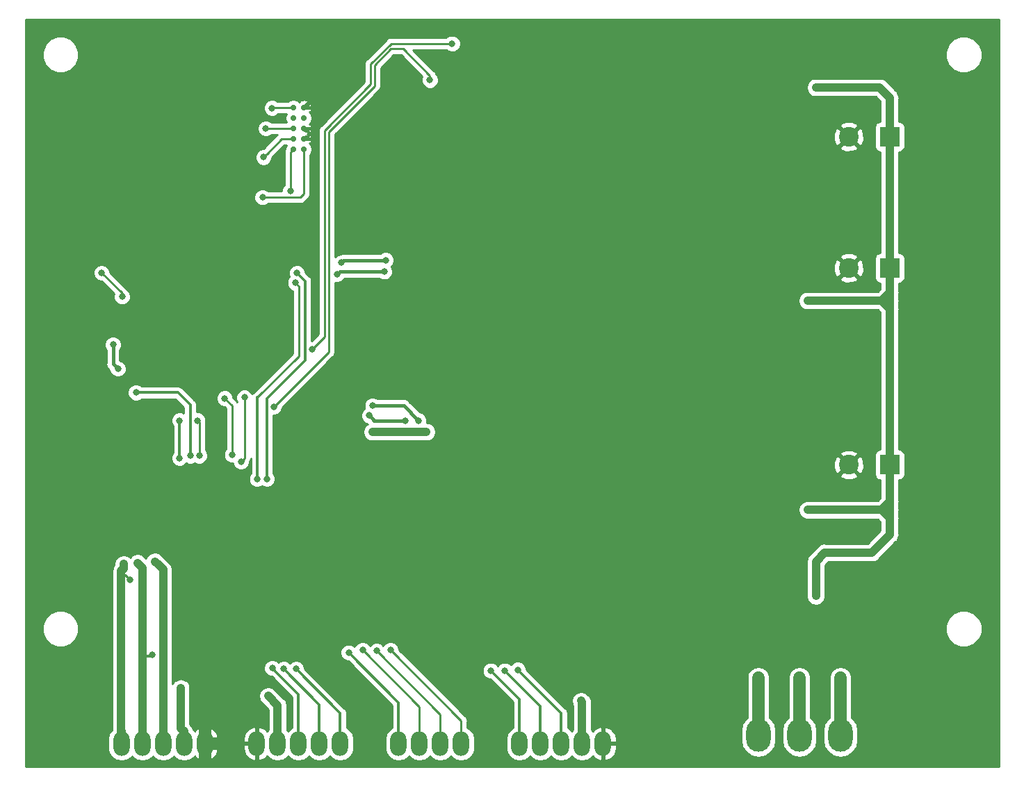
<source format=gbr>
G04 #@! TF.GenerationSoftware,KiCad,Pcbnew,5.0.2+dfsg1-1~bpo9+1*
G04 #@! TF.CreationDate,2019-06-03T16:05:31-04:00*
G04 #@! TF.ProjectId,SCARAMotorFeedbackController,53434152-414d-46f7-946f-724665656462,rev?*
G04 #@! TF.SameCoordinates,Original*
G04 #@! TF.FileFunction,Copper,L2,Bot*
G04 #@! TF.FilePolarity,Positive*
%FSLAX46Y46*%
G04 Gerber Fmt 4.6, Leading zero omitted, Abs format (unit mm)*
G04 Created by KiCad (PCBNEW 5.0.2+dfsg1-1~bpo9+1) date Mon 03 Jun 2019 04:05:31 PM EDT*
%MOMM*%
%LPD*%
G01*
G04 APERTURE LIST*
G04 #@! TA.AperFunction,ComponentPad*
%ADD10R,2.400000X2.400000*%
G04 #@! TD*
G04 #@! TA.AperFunction,ComponentPad*
%ADD11C,2.400000*%
G04 #@! TD*
G04 #@! TA.AperFunction,ComponentPad*
%ADD12C,0.700000*%
G04 #@! TD*
G04 #@! TA.AperFunction,ComponentPad*
%ADD13O,2.000000X3.000000*%
G04 #@! TD*
G04 #@! TA.AperFunction,ComponentPad*
%ADD14O,3.000000X4.000000*%
G04 #@! TD*
G04 #@! TA.AperFunction,ViaPad*
%ADD15C,0.800000*%
G04 #@! TD*
G04 #@! TA.AperFunction,Conductor*
%ADD16C,0.400000*%
G04 #@! TD*
G04 #@! TA.AperFunction,Conductor*
%ADD17C,1.500000*%
G04 #@! TD*
G04 #@! TA.AperFunction,Conductor*
%ADD18C,0.250000*%
G04 #@! TD*
G04 #@! TA.AperFunction,Conductor*
%ADD19C,1.000000*%
G04 #@! TD*
G04 #@! TA.AperFunction,Conductor*
%ADD20C,0.300000*%
G04 #@! TD*
G04 #@! TA.AperFunction,Conductor*
%ADD21C,0.254000*%
G04 #@! TD*
G04 APERTURE END LIST*
D10*
G04 #@! TO.P,C8,1*
G04 #@! TO.N,24V*
X106000000Y77500000D03*
D11*
G04 #@! TO.P,C8,2*
G04 #@! TO.N,GND*
X101000000Y77500000D03*
G04 #@! TD*
G04 #@! TO.P,C24,2*
G04 #@! TO.N,GND*
X101000000Y61500000D03*
D10*
G04 #@! TO.P,C24,1*
G04 #@! TO.N,24V*
X106000000Y61500000D03*
G04 #@! TD*
G04 #@! TO.P,C25,1*
G04 #@! TO.N,24V*
X106000000Y37500000D03*
D11*
G04 #@! TO.P,C25,2*
G04 #@! TO.N,GND*
X101000000Y37500000D03*
G04 #@! TD*
D12*
G04 #@! TO.P,J3,1*
G04 #@! TO.N,3V3*
X34635000Y75960000D03*
G04 #@! TO.P,J3,2*
G04 #@! TO.N,SWDIO*
X33365000Y75960000D03*
G04 #@! TO.P,J3,3*
G04 #@! TO.N,GND*
X34635000Y77230000D03*
G04 #@! TO.P,J3,4*
G04 #@! TO.N,SWDCLK*
X33365000Y77230000D03*
G04 #@! TO.P,J3,5*
G04 #@! TO.N,GND*
X34635000Y78500000D03*
G04 #@! TO.P,J3,6*
G04 #@! TO.N,SWO*
X33365000Y78500000D03*
G04 #@! TO.P,J3,7*
G04 #@! TO.N,Net-(J3-Pad7)*
X34635000Y79770000D03*
G04 #@! TO.P,J3,8*
G04 #@! TO.N,Net-(J3-Pad8)*
X33365000Y79770000D03*
G04 #@! TO.P,J3,9*
G04 #@! TO.N,GND*
X34635000Y81040000D03*
G04 #@! TO.P,J3,10*
G04 #@! TO.N,nRESET*
X33365000Y81040000D03*
G04 #@! TD*
D13*
G04 #@! TO.P,J2,1*
G04 #@! TO.N,GND*
X22580000Y3500000D03*
G04 #@! TO.P,J2,2*
G04 #@! TO.N,24V*
X20040000Y3500000D03*
G04 #@! TO.P,J2,3*
G04 #@! TO.N,12V*
X17500000Y3500000D03*
G04 #@! TO.P,J2,4*
G04 #@! TO.N,5V*
X14960000Y3500000D03*
G04 #@! TO.P,J2,5*
G04 #@! TO.N,3V3*
X12420000Y3500000D03*
G04 #@! TD*
G04 #@! TO.P,J5,5*
G04 #@! TO.N,GND*
X28920000Y3500000D03*
G04 #@! TO.P,J5,4*
G04 #@! TO.N,5V*
X31460000Y3500000D03*
G04 #@! TO.P,J5,3*
G04 #@! TO.N,Index*
X34000000Y3500000D03*
G04 #@! TO.P,J5,2*
G04 #@! TO.N,ChannelB*
X36540000Y3500000D03*
G04 #@! TO.P,J5,1*
G04 #@! TO.N,ChannelA*
X39080000Y3500000D03*
G04 #@! TD*
G04 #@! TO.P,J6,1*
G04 #@! TO.N,GND*
X71080000Y3500000D03*
G04 #@! TO.P,J6,2*
G04 #@! TO.N,5V*
X68540000Y3500000D03*
G04 #@! TO.P,J6,3*
G04 #@! TO.N,HallU*
X66000000Y3500000D03*
G04 #@! TO.P,J6,4*
G04 #@! TO.N,HallV*
X63460000Y3500000D03*
G04 #@! TO.P,J6,5*
G04 #@! TO.N,HallW*
X60920000Y3500000D03*
G04 #@! TD*
G04 #@! TO.P,J4,1*
G04 #@! TO.N,SS*
X53810000Y3500000D03*
G04 #@! TO.P,J4,2*
G04 #@! TO.N,MISO*
X51270000Y3500000D03*
G04 #@! TO.P,J4,3*
G04 #@! TO.N,SCLK*
X48730000Y3500000D03*
G04 #@! TO.P,J4,4*
G04 #@! TO.N,MOSI*
X46190000Y3500000D03*
G04 #@! TD*
D14*
G04 #@! TO.P,J1,1*
G04 #@! TO.N,PhaseWOutput*
X90000000Y4500000D03*
G04 #@! TO.P,J1,2*
G04 #@! TO.N,PhaseVOutput*
X95000000Y4500000D03*
G04 #@! TO.P,J1,3*
G04 #@! TO.N,PhaseUOutput*
X100000000Y4500000D03*
G04 #@! TD*
D15*
G04 #@! TO.N,GND*
X65000000Y64500000D03*
X49000000Y51500000D03*
X48000000Y51500000D03*
X49000000Y77500000D03*
X48000000Y77500000D03*
X65000000Y38500000D03*
X49000000Y25500000D03*
X48000000Y25500000D03*
X12000000Y61500000D03*
X8000000Y56500000D03*
X48000000Y63500000D03*
X46000000Y34500000D03*
X17000000Y78500000D03*
X45012660Y85487340D03*
X23600000Y69100000D03*
X26400000Y67700000D03*
X48550000Y38299996D03*
X6500000Y66000000D03*
X33100000Y17800000D03*
X20900000Y16700000D03*
X32500000Y57500000D03*
X44500000Y57850000D03*
X22900000Y26850000D03*
X17750000Y44900000D03*
G04 #@! TO.N,3V3*
X29600000Y70100000D03*
X11400000Y52150000D03*
X12700000Y25400000D03*
X13500000Y23500000D03*
X12000000Y49200000D03*
G04 #@! TO.N,24V*
X96000000Y57500000D03*
X97000000Y21500000D03*
X97000000Y22500000D03*
X97000000Y23500000D03*
X97000000Y57500000D03*
X98000000Y57500000D03*
X99000000Y83500000D03*
X98000000Y83500000D03*
X97000000Y83500000D03*
X19650000Y10250000D03*
X96000000Y32000000D03*
X97000000Y32000000D03*
X98000000Y32000000D03*
G04 #@! TO.N,5V*
X43000000Y41500000D03*
X30300000Y9299998D03*
X49550000Y41500000D03*
X68400000Y8700000D03*
X14400000Y25500000D03*
X16200000Y14300000D03*
X14960000Y8150000D03*
G04 #@! TO.N,PhaseWOutput*
X90000000Y9500000D03*
X90000000Y10500000D03*
X90000000Y11500000D03*
G04 #@! TO.N,PhaseVOutput*
X95000000Y9500000D03*
X95000000Y10500000D03*
X95000000Y11500000D03*
G04 #@! TO.N,PhaseUOutput*
X100000000Y9500000D03*
X100000000Y10500000D03*
X100000000Y11500000D03*
G04 #@! TO.N,12V*
X16500000Y25700000D03*
G04 #@! TO.N,PhaseULower*
X50000000Y84400000D03*
X31000000Y44550000D03*
G04 #@! TO.N,PhaseUUpper*
X52700000Y88850000D03*
X35650000Y51586410D03*
G04 #@! TO.N,PhaseWUpper*
X43000000Y44700000D03*
X48599996Y42899996D03*
G04 #@! TO.N,PhaseWLower*
X42600000Y43500002D03*
X47000000Y42900000D03*
G04 #@! TO.N,PhaseVUpper*
X44600000Y62450000D03*
X39225000Y62175000D03*
G04 #@! TO.N,PhaseVLower*
X44450000Y61050000D03*
X38700000Y60750000D03*
G04 #@! TO.N,SWDIO*
X33000006Y70899994D03*
G04 #@! TO.N,SWDCLK*
X29731175Y74993505D03*
G04 #@! TO.N,SWO*
X29999996Y78500000D03*
G04 #@! TO.N,nRESET*
X30750000Y81000000D03*
G04 #@! TO.N,ChannelB*
X32200000Y12600000D03*
G04 #@! TO.N,ChannelA*
X33700000Y12600000D03*
G04 #@! TO.N,Index*
X30799996Y12699996D03*
G04 #@! TO.N,HallU*
X60700000Y12500000D03*
G04 #@! TO.N,HallV*
X59100000Y12400000D03*
G04 #@! TO.N,HallW*
X57400000Y12400000D03*
G04 #@! TO.N,SS*
X45200000Y14900000D03*
X25900000Y38700000D03*
X25000000Y45600000D03*
G04 #@! TO.N,MOSI*
X40100000Y14600000D03*
X20800000Y38600000D03*
X14200000Y46300000D03*
G04 #@! TO.N,MISO*
X43500000Y14800000D03*
X27000000Y37900000D03*
X27400000Y45700000D03*
G04 #@! TO.N,SCLK*
X41800000Y14900000D03*
X21900000Y38600000D03*
X21700000Y42900000D03*
G04 #@! TO.N,3V3Ref*
X10000000Y60900000D03*
X12500000Y58000000D03*
G04 #@! TO.N,IndexShift*
X19500000Y42900000D03*
X19500000Y38300000D03*
G04 #@! TO.N,ChannelBShift*
X28950000Y35750000D03*
X33600000Y59675000D03*
G04 #@! TO.N,ChannelAShift*
X30150000Y35750000D03*
X33800000Y60900000D03*
G04 #@! TD*
D16*
G04 #@! TO.N,GND*
X34635000Y78500000D02*
X36000000Y78500000D01*
X34635000Y77230000D02*
X35730000Y77230000D01*
X34635000Y81040000D02*
X35460000Y81040000D01*
D17*
X22580000Y3500000D02*
X22580000Y6580000D01*
X22580000Y3500000D02*
X24500000Y3500000D01*
X22580000Y3500000D02*
X22580000Y1580000D01*
D18*
G04 #@! TO.N,3V3*
X30165685Y70100000D02*
X29600000Y70100000D01*
X34635000Y70535000D02*
X34200000Y70100000D01*
X34200000Y70100000D02*
X30165685Y70100000D01*
X34635000Y75960000D02*
X34635000Y70535000D01*
D19*
X12700000Y24834315D02*
X12700000Y25400000D01*
X12400000Y24534315D02*
X12700000Y24834315D01*
X12420000Y5000000D02*
X12400000Y5020000D01*
X12400000Y24000000D02*
X12400000Y24534315D01*
D20*
X12400000Y24000000D02*
X13000000Y24000000D01*
X13000000Y24000000D02*
X13500000Y23500000D01*
D19*
X12400000Y5020000D02*
X12400000Y24000000D01*
D16*
X11600001Y49599999D02*
X12000000Y49200000D01*
X11400000Y52150000D02*
X11400000Y49800000D01*
X11400000Y49800000D02*
X11600001Y49599999D01*
D19*
G04 #@! TO.N,24V*
X97000000Y21500000D02*
X97000000Y22500000D01*
X97000000Y23500000D02*
X97000000Y22500000D01*
X106000000Y37500000D02*
X106000000Y39700000D01*
X106000000Y56500000D02*
X106000000Y57500000D01*
X105000000Y57500000D02*
X106000000Y57500000D01*
X106000000Y56500000D02*
X105000000Y57500000D01*
X106000000Y39700000D02*
X106000000Y56500000D01*
X96000000Y57500000D02*
X105000000Y57500000D01*
X105000000Y57500000D02*
X106000000Y58500000D01*
X106000000Y58500000D02*
X106000000Y61500000D01*
X106000000Y57500000D02*
X106000000Y58500000D01*
X106000000Y63700000D02*
X106000000Y77500000D01*
X106000000Y61500000D02*
X106000000Y63700000D01*
X106000000Y77500000D02*
X106000000Y82250000D01*
X104750000Y83500000D02*
X99250000Y83500000D01*
X106000000Y82250000D02*
X104750000Y83500000D01*
X99250000Y83500000D02*
X99000000Y83500000D01*
X99000000Y83500000D02*
X98000000Y83500000D01*
X98000000Y83500000D02*
X97000000Y83500000D01*
X19650000Y5390000D02*
X19650000Y9684315D01*
X20040000Y5000000D02*
X19650000Y5390000D01*
X19650000Y9684315D02*
X19650000Y10250000D01*
X106000000Y35400000D02*
X106000000Y37500000D01*
X97000000Y23500000D02*
X97000000Y25700000D01*
X103800000Y26775000D02*
X106000000Y28975000D01*
X97000000Y25700000D02*
X98075000Y26775000D01*
X98075000Y26775000D02*
X103800000Y26775000D01*
X105000000Y32000000D02*
X106000000Y33000000D01*
X105000000Y32000000D02*
X96000000Y32000000D01*
X106000000Y33000000D02*
X106000000Y35400000D01*
X106000000Y32000000D02*
X105000000Y32000000D01*
X106000000Y32000000D02*
X106000000Y33000000D01*
X105000000Y32000000D02*
X106000000Y31000000D01*
X106000000Y31000000D02*
X106000000Y32000000D01*
X106000000Y28975000D02*
X106000000Y31000000D01*
G04 #@! TO.N,5V*
X43000000Y41500000D02*
X49550000Y41500000D01*
X31460000Y8139998D02*
X30300000Y9299998D01*
X31460000Y3500000D02*
X31460000Y8139998D01*
X68540000Y8560000D02*
X68400000Y8700000D01*
X68540000Y3500000D02*
X68540000Y8560000D01*
X14799999Y25100001D02*
X14400000Y25500000D01*
X14960000Y24940000D02*
X14799999Y25100001D01*
D20*
X16100000Y14200000D02*
X16200000Y14300000D01*
X14960000Y14200000D02*
X16100000Y14200000D01*
D19*
X14960000Y14200000D02*
X14960000Y24940000D01*
X14960000Y5000000D02*
X14960000Y8150000D01*
X14960000Y8150000D02*
X14960000Y14200000D01*
D17*
G04 #@! TO.N,PhaseWOutput*
X90000000Y5000000D02*
X90000000Y9500000D01*
X90000000Y9500000D02*
X90000000Y10500000D01*
X90000000Y10500000D02*
X90000000Y11500000D01*
G04 #@! TO.N,PhaseVOutput*
X95000000Y5000000D02*
X95000000Y9500000D01*
X95000000Y9500000D02*
X95000000Y10500000D01*
X95000000Y10500000D02*
X95000000Y11500000D01*
G04 #@! TO.N,PhaseUOutput*
X100000000Y5000000D02*
X100000000Y9500000D01*
X100000000Y9500000D02*
X100000000Y10500000D01*
X100000000Y10500000D02*
X100000000Y11500000D01*
D19*
G04 #@! TO.N,12V*
X17500000Y24700000D02*
X16899999Y25300001D01*
X17500000Y5000000D02*
X17500000Y24700000D01*
X16899999Y25300001D02*
X16500000Y25700000D01*
D18*
G04 #@! TO.N,PhaseULower*
X31000000Y44550000D02*
X37650011Y51200011D01*
X37650011Y51200011D02*
X37650011Y78100011D01*
X43250011Y83700011D02*
X43250011Y86200011D01*
X50000000Y84965685D02*
X50000000Y84400000D01*
X43250011Y86200011D02*
X45250000Y88200000D01*
X45250000Y88200000D02*
X46765685Y88200000D01*
X46765685Y88200000D02*
X50000000Y84965685D01*
X37650011Y78100011D02*
X43250011Y83700011D01*
G04 #@! TO.N,PhaseUUpper*
X36049999Y51986409D02*
X35650000Y51586410D01*
X37200000Y53136410D02*
X36049999Y51986409D01*
X37200000Y78286411D02*
X37200000Y53136410D01*
X42800000Y86386411D02*
X42800000Y83886411D01*
X52700000Y88850000D02*
X45263589Y88850000D01*
X42800000Y83886411D02*
X37200000Y78286411D01*
X45263589Y88850000D02*
X42800000Y86386411D01*
D16*
G04 #@! TO.N,PhaseWUpper*
X43565685Y44700000D02*
X43000000Y44700000D01*
X48599996Y42899996D02*
X46799992Y44700000D01*
X46799992Y44700000D02*
X43565685Y44700000D01*
G04 #@! TO.N,PhaseWLower*
X47000000Y42900000D02*
X43200002Y42900000D01*
X43200002Y42900000D02*
X42999999Y43100003D01*
X42999999Y43100003D02*
X42600000Y43500002D01*
G04 #@! TO.N,PhaseVUpper*
X39500000Y62450000D02*
X39225000Y62175000D01*
X44600000Y62450000D02*
X39500000Y62450000D01*
G04 #@! TO.N,PhaseVLower*
X39000000Y61050000D02*
X38700000Y60750000D01*
X44450000Y61050000D02*
X39000000Y61050000D01*
D18*
G04 #@! TO.N,SWDIO*
X33000006Y75595006D02*
X33000006Y71465679D01*
X33000006Y71465679D02*
X33000006Y70899994D01*
X33365000Y75960000D02*
X33000006Y75595006D01*
G04 #@! TO.N,SWDCLK*
X30131174Y75393504D02*
X29731175Y74993505D01*
X33365000Y77230000D02*
X31967670Y77230000D01*
X31967670Y77230000D02*
X30131174Y75393504D01*
G04 #@! TO.N,SWO*
X33365000Y78500000D02*
X29999996Y78500000D01*
G04 #@! TO.N,nRESET*
X30790000Y81040000D02*
X30750000Y81000000D01*
X33365000Y81040000D02*
X30790000Y81040000D01*
D20*
G04 #@! TO.N,ChannelB*
X36540000Y8260000D02*
X32200000Y12600000D01*
X36540000Y3500000D02*
X36540000Y8260000D01*
G04 #@! TO.N,ChannelA*
X39080000Y7220000D02*
X33700000Y12600000D01*
X39080000Y3500000D02*
X39080000Y7220000D01*
G04 #@! TO.N,Index*
X34000000Y9499992D02*
X31199995Y12299997D01*
X31199995Y12299997D02*
X30799996Y12699996D01*
X34000000Y3500000D02*
X34000000Y9499992D01*
G04 #@! TO.N,HallU*
X66000000Y7200000D02*
X60700000Y12500000D01*
X66000000Y3500000D02*
X66000000Y7200000D01*
G04 #@! TO.N,HallV*
X63460000Y8040000D02*
X59100000Y12400000D01*
X63460000Y3500000D02*
X63460000Y8040000D01*
G04 #@! TO.N,HallW*
X60920000Y8880000D02*
X57400000Y12400000D01*
X60920000Y3500000D02*
X60920000Y8880000D01*
D18*
G04 #@! TO.N,SS*
X25900000Y44700000D02*
X25000000Y45600000D01*
X25900000Y38700000D02*
X25900000Y44700000D01*
X53810000Y6290000D02*
X45200000Y14900000D01*
X53810000Y3500000D02*
X53810000Y6290000D01*
D20*
G04 #@! TO.N,MOSI*
X46190000Y8510000D02*
X40100000Y14600000D01*
X46190000Y3500000D02*
X46190000Y8510000D01*
X20800000Y44800000D02*
X19300000Y46300000D01*
X14765685Y46300000D02*
X14200000Y46300000D01*
X20800000Y38600000D02*
X20800000Y44800000D01*
X19300000Y46300000D02*
X14765685Y46300000D01*
D18*
G04 #@! TO.N,MISO*
X51270000Y7030000D02*
X43500000Y14800000D01*
X51270000Y3500000D02*
X51270000Y7030000D01*
X27399999Y38299999D02*
X27000000Y37900000D01*
X27400000Y45700000D02*
X27399999Y38299999D01*
G04 #@! TO.N,SCLK*
X48730000Y7970000D02*
X41800000Y14900000D01*
X48730000Y3500000D02*
X48730000Y7970000D01*
X21900000Y42700000D02*
X21700000Y42900000D01*
X21900000Y38600000D02*
X21900000Y42700000D01*
G04 #@! TO.N,3V3Ref*
X10000000Y60900000D02*
X12500000Y58400000D01*
X12500000Y58400000D02*
X12500000Y58000000D01*
D20*
G04 #@! TO.N,IndexShift*
X19500000Y42900000D02*
X19500000Y38300000D01*
G04 #@! TO.N,ChannelBShift*
X28950000Y36315685D02*
X28950000Y35750000D01*
X29000000Y45700000D02*
X28950000Y45650000D01*
X28950000Y45650000D02*
X28950000Y36315685D01*
D18*
X34075000Y50775000D02*
X34075000Y59200000D01*
X34075000Y59200000D02*
X33600000Y59675000D01*
X29000000Y45700000D02*
X34075000Y50775000D01*
D20*
G04 #@! TO.N,ChannelAShift*
X30150000Y45550000D02*
X34800000Y50200000D01*
X34800000Y59900000D02*
X34199999Y60500001D01*
X34800000Y50200000D02*
X34800000Y59900000D01*
X34199999Y60500001D02*
X33800000Y60900000D01*
X30150000Y35750000D02*
X30150000Y45550000D01*
G04 #@! TD*
D21*
G04 #@! TO.N,GND*
G36*
X119265000Y735000D02*
X735000Y735000D01*
X735000Y4161031D01*
X10785000Y4161031D01*
X10785000Y2838970D01*
X10879864Y2362056D01*
X11241231Y1821231D01*
X11782055Y1459864D01*
X12420000Y1332969D01*
X13057944Y1459864D01*
X13598769Y1821231D01*
X13690000Y1957768D01*
X13781231Y1821231D01*
X14322055Y1459864D01*
X14960000Y1332969D01*
X15597944Y1459864D01*
X16138769Y1821231D01*
X16230000Y1957768D01*
X16321231Y1821231D01*
X16862055Y1459864D01*
X17500000Y1332969D01*
X18137944Y1459864D01*
X18678769Y1821231D01*
X18770000Y1957768D01*
X18861231Y1821231D01*
X19402055Y1459864D01*
X20040000Y1332969D01*
X20677944Y1459864D01*
X21218769Y1821231D01*
X21329952Y1987629D01*
X21513683Y1754078D01*
X22071645Y1440856D01*
X22199566Y1409876D01*
X22453000Y1529223D01*
X22453000Y3373000D01*
X22707000Y3373000D01*
X22707000Y1529223D01*
X22960434Y1409876D01*
X23088355Y1440856D01*
X23646317Y1754078D01*
X24041942Y2256980D01*
X24215000Y2873000D01*
X24215000Y3373000D01*
X27285000Y3373000D01*
X27285000Y2873000D01*
X27458058Y2256980D01*
X27853683Y1754078D01*
X28411645Y1440856D01*
X28539566Y1409876D01*
X28793000Y1529223D01*
X28793000Y3373000D01*
X27285000Y3373000D01*
X24215000Y3373000D01*
X22707000Y3373000D01*
X22453000Y3373000D01*
X22433000Y3373000D01*
X22433000Y3627000D01*
X22453000Y3627000D01*
X22453000Y5470777D01*
X22707000Y5470777D01*
X22707000Y3627000D01*
X24215000Y3627000D01*
X24215000Y4127000D01*
X27285000Y4127000D01*
X27285000Y3627000D01*
X28793000Y3627000D01*
X28793000Y5470777D01*
X29047000Y5470777D01*
X29047000Y3627000D01*
X29067000Y3627000D01*
X29067000Y3373000D01*
X29047000Y3373000D01*
X29047000Y1529223D01*
X29300434Y1409876D01*
X29428355Y1440856D01*
X29986317Y1754078D01*
X30170048Y1987629D01*
X30281231Y1821231D01*
X30822055Y1459864D01*
X31460000Y1332969D01*
X32097944Y1459864D01*
X32638769Y1821231D01*
X32730000Y1957768D01*
X32821231Y1821231D01*
X33362055Y1459864D01*
X34000000Y1332969D01*
X34637944Y1459864D01*
X35178769Y1821231D01*
X35270000Y1957768D01*
X35361231Y1821231D01*
X35902055Y1459864D01*
X36540000Y1332969D01*
X37177944Y1459864D01*
X37718769Y1821231D01*
X37810000Y1957768D01*
X37901231Y1821231D01*
X38442055Y1459864D01*
X39080000Y1332969D01*
X39717944Y1459864D01*
X40258769Y1821231D01*
X40620136Y2362055D01*
X40715000Y2838969D01*
X40715000Y4161031D01*
X40620136Y4637945D01*
X40258769Y5178769D01*
X39865000Y5441877D01*
X39865000Y7142688D01*
X39880378Y7220000D01*
X39865000Y7297312D01*
X39865000Y7297316D01*
X39819454Y7526292D01*
X39721117Y7673463D01*
X39689749Y7720409D01*
X39689747Y7720411D01*
X39645953Y7785953D01*
X39580411Y7829747D01*
X34735000Y12675157D01*
X34735000Y12805874D01*
X34577431Y13186280D01*
X34286280Y13477431D01*
X33905874Y13635000D01*
X33494126Y13635000D01*
X33113720Y13477431D01*
X32950000Y13313711D01*
X32786280Y13477431D01*
X32405874Y13635000D01*
X31994126Y13635000D01*
X31613720Y13477431D01*
X31549996Y13413707D01*
X31386276Y13577427D01*
X31005870Y13734996D01*
X30594122Y13734996D01*
X30213716Y13577427D01*
X29922565Y13286276D01*
X29764996Y12905870D01*
X29764996Y12494122D01*
X29922565Y12113716D01*
X30213716Y11822565D01*
X30594122Y11664996D01*
X30724839Y11664996D01*
X33215001Y9174833D01*
X33215000Y5441877D01*
X32821232Y5178769D01*
X32730000Y5042232D01*
X32638769Y5178769D01*
X32595000Y5208015D01*
X32595000Y8028215D01*
X32617235Y8139998D01*
X32529146Y8582853D01*
X32507553Y8615169D01*
X32278289Y8958287D01*
X32183521Y9021609D01*
X31023523Y10181606D01*
X30742854Y10369144D01*
X30300000Y10457233D01*
X29857146Y10369144D01*
X29481712Y10118286D01*
X29230854Y9742852D01*
X29142765Y9299998D01*
X29230854Y8857144D01*
X29418392Y8576475D01*
X30325001Y7669865D01*
X30325000Y5208014D01*
X30281232Y5178769D01*
X30170048Y5012371D01*
X29986317Y5245922D01*
X29428355Y5559144D01*
X29300434Y5590124D01*
X29047000Y5470777D01*
X28793000Y5470777D01*
X28539566Y5590124D01*
X28411645Y5559144D01*
X27853683Y5245922D01*
X27458058Y4743020D01*
X27285000Y4127000D01*
X24215000Y4127000D01*
X24041942Y4743020D01*
X23646317Y5245922D01*
X23088355Y5559144D01*
X22960434Y5590124D01*
X22707000Y5470777D01*
X22453000Y5470777D01*
X22199566Y5590124D01*
X22071645Y5559144D01*
X21513683Y5245922D01*
X21329952Y5012371D01*
X21218769Y5178769D01*
X21152924Y5222765D01*
X21109145Y5442854D01*
X20921608Y5723523D01*
X20785000Y5860131D01*
X20785000Y10361782D01*
X20719146Y10692854D01*
X20468289Y11068289D01*
X20092855Y11319146D01*
X19650000Y11407235D01*
X19207146Y11319146D01*
X18831712Y11068289D01*
X18635000Y10773890D01*
X18635000Y14805874D01*
X39065000Y14805874D01*
X39065000Y14394126D01*
X39222569Y14013720D01*
X39513720Y13722569D01*
X39894126Y13565000D01*
X40024843Y13565000D01*
X45405001Y8184842D01*
X45405000Y5441877D01*
X45011232Y5178769D01*
X44649864Y4637945D01*
X44555000Y4161031D01*
X44555000Y2838970D01*
X44649864Y2362056D01*
X45011231Y1821231D01*
X45552055Y1459864D01*
X46190000Y1332969D01*
X46827944Y1459864D01*
X47368769Y1821231D01*
X47460000Y1957768D01*
X47551231Y1821231D01*
X48092055Y1459864D01*
X48730000Y1332969D01*
X49367944Y1459864D01*
X49908769Y1821231D01*
X50000000Y1957768D01*
X50091231Y1821231D01*
X50632055Y1459864D01*
X51270000Y1332969D01*
X51907944Y1459864D01*
X52448769Y1821231D01*
X52540000Y1957768D01*
X52631231Y1821231D01*
X53172055Y1459864D01*
X53810000Y1332969D01*
X54447944Y1459864D01*
X54988769Y1821231D01*
X55350136Y2362055D01*
X55445000Y2838969D01*
X55445000Y4161031D01*
X55350136Y4637945D01*
X54988769Y5178769D01*
X54570000Y5458581D01*
X54570000Y6215152D01*
X54584888Y6290000D01*
X54570000Y6364848D01*
X54570000Y6364852D01*
X54525904Y6586537D01*
X54525904Y6586538D01*
X54400329Y6774473D01*
X54357929Y6837929D01*
X54294473Y6880329D01*
X48568928Y12605874D01*
X56365000Y12605874D01*
X56365000Y12194126D01*
X56522569Y11813720D01*
X56813720Y11522569D01*
X57194126Y11365000D01*
X57324843Y11365000D01*
X60135001Y8554842D01*
X60135000Y5441877D01*
X59741232Y5178769D01*
X59379864Y4637945D01*
X59285000Y4161031D01*
X59285000Y2838970D01*
X59379864Y2362056D01*
X59741231Y1821231D01*
X60282055Y1459864D01*
X60920000Y1332969D01*
X61557944Y1459864D01*
X62098769Y1821231D01*
X62190000Y1957768D01*
X62281231Y1821231D01*
X62822055Y1459864D01*
X63460000Y1332969D01*
X64097944Y1459864D01*
X64638769Y1821231D01*
X64730000Y1957768D01*
X64821231Y1821231D01*
X65362055Y1459864D01*
X66000000Y1332969D01*
X66637944Y1459864D01*
X67178769Y1821231D01*
X67270000Y1957768D01*
X67361231Y1821231D01*
X67902055Y1459864D01*
X68540000Y1332969D01*
X69177944Y1459864D01*
X69718769Y1821231D01*
X69829952Y1987629D01*
X70013683Y1754078D01*
X70571645Y1440856D01*
X70699566Y1409876D01*
X70953000Y1529223D01*
X70953000Y3373000D01*
X71207000Y3373000D01*
X71207000Y1529223D01*
X71460434Y1409876D01*
X71588355Y1440856D01*
X72146317Y1754078D01*
X72541942Y2256980D01*
X72715000Y2873000D01*
X72715000Y3373000D01*
X71207000Y3373000D01*
X70953000Y3373000D01*
X70933000Y3373000D01*
X70933000Y3627000D01*
X70953000Y3627000D01*
X70953000Y5470777D01*
X71207000Y5470777D01*
X71207000Y3627000D01*
X72715000Y3627000D01*
X72715000Y4127000D01*
X72541942Y4743020D01*
X72174357Y5210279D01*
X87865000Y5210279D01*
X87865000Y3789722D01*
X87988874Y3166965D01*
X88460751Y2460751D01*
X89166964Y1988874D01*
X90000000Y1823173D01*
X90833035Y1988874D01*
X91539249Y2460751D01*
X92011126Y3166964D01*
X92135000Y3789721D01*
X92135000Y5210278D01*
X92135000Y5210279D01*
X92865000Y5210279D01*
X92865000Y3789722D01*
X92988874Y3166965D01*
X93460751Y2460751D01*
X94166964Y1988874D01*
X95000000Y1823173D01*
X95833035Y1988874D01*
X96539249Y2460751D01*
X97011126Y3166964D01*
X97135000Y3789721D01*
X97135000Y5210278D01*
X97135000Y5210279D01*
X97865000Y5210279D01*
X97865000Y3789722D01*
X97988874Y3166965D01*
X98460751Y2460751D01*
X99166964Y1988874D01*
X100000000Y1823173D01*
X100833035Y1988874D01*
X101539249Y2460751D01*
X102011126Y3166964D01*
X102135000Y3789721D01*
X102135000Y5210278D01*
X102011126Y5833035D01*
X101539249Y6539249D01*
X101385000Y6642315D01*
X101385000Y11636407D01*
X101304641Y12040400D01*
X100998529Y12498529D01*
X100540400Y12804641D01*
X100000000Y12912133D01*
X99459601Y12804641D01*
X99001472Y12498529D01*
X98695359Y12040400D01*
X98615000Y11636407D01*
X98615000Y9363594D01*
X98615001Y9363589D01*
X98615000Y6642315D01*
X98460752Y6539249D01*
X97988874Y5833036D01*
X97865000Y5210279D01*
X97135000Y5210279D01*
X97011126Y5833035D01*
X96539249Y6539249D01*
X96385000Y6642315D01*
X96385000Y11636407D01*
X96304641Y12040400D01*
X95998529Y12498529D01*
X95540400Y12804641D01*
X95000000Y12912133D01*
X94459601Y12804641D01*
X94001472Y12498529D01*
X93695359Y12040400D01*
X93615000Y11636407D01*
X93615000Y9363594D01*
X93615001Y9363589D01*
X93615000Y6642315D01*
X93460752Y6539249D01*
X92988874Y5833036D01*
X92865000Y5210279D01*
X92135000Y5210279D01*
X92011126Y5833035D01*
X91539249Y6539249D01*
X91385000Y6642315D01*
X91385000Y11636407D01*
X91304641Y12040400D01*
X90998529Y12498529D01*
X90540400Y12804641D01*
X90000000Y12912133D01*
X89459601Y12804641D01*
X89001472Y12498529D01*
X88695359Y12040400D01*
X88615000Y11636407D01*
X88615000Y9363594D01*
X88615001Y9363589D01*
X88615000Y6642315D01*
X88460752Y6539249D01*
X87988874Y5833036D01*
X87865000Y5210279D01*
X72174357Y5210279D01*
X72146317Y5245922D01*
X71588355Y5559144D01*
X71460434Y5590124D01*
X71207000Y5470777D01*
X70953000Y5470777D01*
X70699566Y5590124D01*
X70571645Y5559144D01*
X70013683Y5245922D01*
X69829952Y5012371D01*
X69718769Y5178769D01*
X69675000Y5208015D01*
X69675000Y8448217D01*
X69697235Y8560000D01*
X69653583Y8779454D01*
X69609146Y9002855D01*
X69358289Y9378289D01*
X69263518Y9441613D01*
X69123523Y9581608D01*
X68842854Y9769146D01*
X68400000Y9857235D01*
X67957146Y9769146D01*
X67581712Y9518288D01*
X67330854Y9142854D01*
X67242765Y8700000D01*
X67330854Y8257146D01*
X67405001Y8146178D01*
X67405000Y5208014D01*
X67361232Y5178769D01*
X67270000Y5042232D01*
X67178769Y5178769D01*
X66785000Y5441877D01*
X66785000Y7122688D01*
X66800378Y7200000D01*
X66785000Y7277312D01*
X66785000Y7277316D01*
X66739454Y7506292D01*
X66701082Y7563720D01*
X66609749Y7700409D01*
X66609747Y7700411D01*
X66565953Y7765953D01*
X66500411Y7809747D01*
X61735000Y12575157D01*
X61735000Y12705874D01*
X61577431Y13086280D01*
X61286280Y13377431D01*
X60905874Y13535000D01*
X60494126Y13535000D01*
X60113720Y13377431D01*
X59850000Y13113711D01*
X59686280Y13277431D01*
X59305874Y13435000D01*
X58894126Y13435000D01*
X58513720Y13277431D01*
X58250000Y13013711D01*
X57986280Y13277431D01*
X57605874Y13435000D01*
X57194126Y13435000D01*
X56813720Y13277431D01*
X56522569Y12986280D01*
X56365000Y12605874D01*
X48568928Y12605874D01*
X46235000Y14939801D01*
X46235000Y15105874D01*
X46077431Y15486280D01*
X45786280Y15777431D01*
X45405874Y15935000D01*
X44994126Y15935000D01*
X44613720Y15777431D01*
X44322569Y15486280D01*
X44309348Y15454363D01*
X44086280Y15677431D01*
X43705874Y15835000D01*
X43294126Y15835000D01*
X42913720Y15677431D01*
X42690652Y15454363D01*
X42677431Y15486280D01*
X42386280Y15777431D01*
X42005874Y15935000D01*
X41594126Y15935000D01*
X41213720Y15777431D01*
X40922569Y15486280D01*
X40850770Y15312941D01*
X40686280Y15477431D01*
X40305874Y15635000D01*
X39894126Y15635000D01*
X39513720Y15477431D01*
X39222569Y15186280D01*
X39065000Y14805874D01*
X18635000Y14805874D01*
X18635000Y17944569D01*
X112765000Y17944569D01*
X112765000Y17055431D01*
X113105259Y16233974D01*
X113733974Y15605259D01*
X114555431Y15265000D01*
X115444569Y15265000D01*
X116266026Y15605259D01*
X116894741Y16233974D01*
X117235000Y17055431D01*
X117235000Y17944569D01*
X116894741Y18766026D01*
X116266026Y19394741D01*
X115444569Y19735000D01*
X114555431Y19735000D01*
X113733974Y19394741D01*
X113105259Y18766026D01*
X112765000Y17944569D01*
X18635000Y17944569D01*
X18635000Y24588217D01*
X18657235Y24700000D01*
X18569146Y25142855D01*
X18464144Y25300001D01*
X18318289Y25518289D01*
X18223520Y25581611D01*
X17223523Y26581608D01*
X16942854Y26769146D01*
X16500000Y26857235D01*
X16057146Y26769146D01*
X15681712Y26518288D01*
X15430854Y26142854D01*
X15419476Y26085655D01*
X15123523Y26381608D01*
X14842854Y26569146D01*
X14400000Y26657235D01*
X13957146Y26569146D01*
X13581712Y26318288D01*
X13515942Y26219857D01*
X13142855Y26469146D01*
X12700000Y26557235D01*
X12257146Y26469146D01*
X11881712Y26218289D01*
X11630854Y25842855D01*
X11565000Y25511783D01*
X11565000Y25327593D01*
X11330854Y24977170D01*
X11318233Y24913720D01*
X11242765Y24534315D01*
X11265000Y24422532D01*
X11265000Y23888218D01*
X11265001Y23888213D01*
X11265000Y5194650D01*
X11241232Y5178769D01*
X10879864Y4637945D01*
X10785000Y4161031D01*
X735000Y4161031D01*
X735000Y17944569D01*
X2765000Y17944569D01*
X2765000Y17055431D01*
X3105259Y16233974D01*
X3733974Y15605259D01*
X4555431Y15265000D01*
X5444569Y15265000D01*
X6266026Y15605259D01*
X6894741Y16233974D01*
X7235000Y17055431D01*
X7235000Y17944569D01*
X6894741Y18766026D01*
X6266026Y19394741D01*
X5444569Y19735000D01*
X4555431Y19735000D01*
X3733974Y19394741D01*
X3105259Y18766026D01*
X2765000Y17944569D01*
X735000Y17944569D01*
X735000Y46505874D01*
X13165000Y46505874D01*
X13165000Y46094126D01*
X13322569Y45713720D01*
X13613720Y45422569D01*
X13994126Y45265000D01*
X14405874Y45265000D01*
X14786280Y45422569D01*
X14878711Y45515000D01*
X18974843Y45515000D01*
X20015001Y44474841D01*
X20015001Y43806956D01*
X19705874Y43935000D01*
X19294126Y43935000D01*
X18913720Y43777431D01*
X18622569Y43486280D01*
X18465000Y43105874D01*
X18465000Y42694126D01*
X18622569Y42313720D01*
X18715000Y42221289D01*
X18715001Y38978712D01*
X18622569Y38886280D01*
X18465000Y38505874D01*
X18465000Y38094126D01*
X18622569Y37713720D01*
X18913720Y37422569D01*
X19294126Y37265000D01*
X19705874Y37265000D01*
X20086280Y37422569D01*
X20335738Y37672027D01*
X20594126Y37565000D01*
X21005874Y37565000D01*
X21350000Y37707541D01*
X21694126Y37565000D01*
X22105874Y37565000D01*
X22486280Y37722569D01*
X22777431Y38013720D01*
X22935000Y38394126D01*
X22935000Y38805874D01*
X22777431Y39186280D01*
X22660000Y39303711D01*
X22660000Y42513060D01*
X22735000Y42694126D01*
X22735000Y43105874D01*
X22577431Y43486280D01*
X22286280Y43777431D01*
X21905874Y43935000D01*
X21585000Y43935000D01*
X21585000Y44722690D01*
X21600378Y44800001D01*
X21585000Y44877312D01*
X21585000Y44877316D01*
X21539454Y45106292D01*
X21477112Y45199593D01*
X21409749Y45300409D01*
X21409747Y45300411D01*
X21365953Y45365953D01*
X21300411Y45409747D01*
X20904284Y45805874D01*
X23965000Y45805874D01*
X23965000Y45394126D01*
X24122569Y45013720D01*
X24413720Y44722569D01*
X24794126Y44565000D01*
X24960198Y44565000D01*
X25140001Y44385197D01*
X25140000Y39403711D01*
X25022569Y39286280D01*
X24865000Y38905874D01*
X24865000Y38494126D01*
X25022569Y38113720D01*
X25313720Y37822569D01*
X25694126Y37665000D01*
X25977064Y37665000D01*
X26122569Y37313720D01*
X26413720Y37022569D01*
X26794126Y36865000D01*
X27205874Y36865000D01*
X27586280Y37022569D01*
X27877431Y37313720D01*
X28035000Y37694126D01*
X28035000Y37882383D01*
X28115902Y38003461D01*
X28165001Y38250297D01*
X28165001Y36428712D01*
X28072569Y36336280D01*
X27915000Y35955874D01*
X27915000Y35544126D01*
X28072569Y35163720D01*
X28363720Y34872569D01*
X28744126Y34715000D01*
X29155874Y34715000D01*
X29536280Y34872569D01*
X29550000Y34886289D01*
X29563720Y34872569D01*
X29944126Y34715000D01*
X30355874Y34715000D01*
X30736280Y34872569D01*
X31027431Y35163720D01*
X31185000Y35544126D01*
X31185000Y35955874D01*
X31082710Y36202825D01*
X99882430Y36202825D01*
X100005565Y35915212D01*
X100687734Y35655293D01*
X101417443Y35676214D01*
X101994435Y35915212D01*
X102117570Y36202825D01*
X101000000Y37320395D01*
X99882430Y36202825D01*
X31082710Y36202825D01*
X31027431Y36336280D01*
X30935000Y36428711D01*
X30935000Y37812266D01*
X99155293Y37812266D01*
X99176214Y37082557D01*
X99415212Y36505565D01*
X99702825Y36382430D01*
X100820395Y37500000D01*
X101179605Y37500000D01*
X102297175Y36382430D01*
X102584788Y36505565D01*
X102844707Y37187734D01*
X102823786Y37917443D01*
X102584788Y38494435D01*
X102297175Y38617570D01*
X101179605Y37500000D01*
X100820395Y37500000D01*
X99702825Y38617570D01*
X99415212Y38494435D01*
X99155293Y37812266D01*
X30935000Y37812266D01*
X30935000Y38797175D01*
X99882430Y38797175D01*
X101000000Y37679605D01*
X102117570Y38797175D01*
X101994435Y39084788D01*
X101312266Y39344707D01*
X100582557Y39323786D01*
X100005565Y39084788D01*
X99882430Y38797175D01*
X30935000Y38797175D01*
X30935000Y43515000D01*
X31205874Y43515000D01*
X31586280Y43672569D01*
X31619587Y43705876D01*
X41565000Y43705876D01*
X41565000Y43294128D01*
X41722569Y42913722D01*
X42013720Y42622571D01*
X42394126Y42465002D01*
X42401283Y42465002D01*
X42181711Y42318289D01*
X41930854Y41942855D01*
X41842765Y41500000D01*
X41930854Y41057145D01*
X42181711Y40681711D01*
X42557145Y40430854D01*
X42888217Y40365000D01*
X49661783Y40365000D01*
X49992855Y40430854D01*
X50368289Y40681711D01*
X50619146Y41057145D01*
X50707235Y41500000D01*
X50619146Y41942855D01*
X50368289Y42318289D01*
X49992855Y42569146D01*
X49661783Y42635000D01*
X49610507Y42635000D01*
X49634996Y42694122D01*
X49634996Y43105870D01*
X49477427Y43486276D01*
X49186276Y43777427D01*
X48805870Y43934996D01*
X48745864Y43934996D01*
X47448579Y45232280D01*
X47401993Y45302001D01*
X47125793Y45486552D01*
X46882229Y45535000D01*
X46882225Y45535000D01*
X46799992Y45551357D01*
X46717759Y45535000D01*
X43628711Y45535000D01*
X43586280Y45577431D01*
X43205874Y45735000D01*
X42794126Y45735000D01*
X42413720Y45577431D01*
X42122569Y45286280D01*
X41965000Y44905874D01*
X41965000Y44494126D01*
X42013448Y44377161D01*
X41722569Y44086282D01*
X41565000Y43705876D01*
X31619587Y43705876D01*
X31877431Y43963720D01*
X32035000Y44344126D01*
X32035000Y44510199D01*
X38134484Y50609682D01*
X38197940Y50652082D01*
X38274026Y50765953D01*
X38365915Y50903473D01*
X38385190Y51000378D01*
X38410011Y51125159D01*
X38410011Y51125163D01*
X38424899Y51200011D01*
X38410011Y51274859D01*
X38410011Y57500000D01*
X94842765Y57500000D01*
X94930854Y57057145D01*
X95181711Y56681711D01*
X95557145Y56430854D01*
X95888217Y56365000D01*
X104529868Y56365000D01*
X104865001Y56029867D01*
X104865000Y39588218D01*
X104865001Y39588213D01*
X104865001Y39347440D01*
X104800000Y39347440D01*
X104552235Y39298157D01*
X104342191Y39157809D01*
X104201843Y38947765D01*
X104152560Y38700000D01*
X104152560Y36300000D01*
X104201843Y36052235D01*
X104342191Y35842191D01*
X104552235Y35701843D01*
X104800000Y35652560D01*
X104865000Y35652560D01*
X104865000Y35288218D01*
X104865001Y35288213D01*
X104865000Y33470133D01*
X104529868Y33135000D01*
X95888217Y33135000D01*
X95557145Y33069146D01*
X95181711Y32818289D01*
X94930854Y32442855D01*
X94842765Y32000000D01*
X94930854Y31557145D01*
X95181711Y31181711D01*
X95557145Y30930854D01*
X95888217Y30865000D01*
X104529868Y30865000D01*
X104865001Y30529867D01*
X104865000Y29445132D01*
X103329869Y27910000D01*
X98186783Y27910000D01*
X98075000Y27932235D01*
X97632145Y27844146D01*
X97256711Y27593289D01*
X97193391Y27498523D01*
X96276479Y26581610D01*
X96181712Y26518289D01*
X96057335Y26332145D01*
X95930854Y26142854D01*
X95842765Y25700000D01*
X95865001Y25588212D01*
X95865000Y23611783D01*
X95865000Y21388218D01*
X95930854Y21057146D01*
X96181711Y20681711D01*
X96557145Y20430854D01*
X97000000Y20342765D01*
X97442854Y20430854D01*
X97818289Y20681711D01*
X98069146Y21057145D01*
X98135000Y21388217D01*
X98135000Y25229868D01*
X98545132Y25640000D01*
X103688217Y25640000D01*
X103800000Y25617765D01*
X103911783Y25640000D01*
X104242855Y25705854D01*
X104618289Y25956711D01*
X104681613Y26051482D01*
X106723521Y28093389D01*
X106818289Y28156711D01*
X107069146Y28532145D01*
X107135000Y28863217D01*
X107135000Y28863218D01*
X107157235Y28975000D01*
X107135000Y29086783D01*
X107135000Y30888218D01*
X107157235Y31000000D01*
X107135000Y31111783D01*
X107135000Y31888218D01*
X107157235Y32000000D01*
X107135000Y32111783D01*
X107135000Y32888218D01*
X107157235Y33000000D01*
X107135000Y33111783D01*
X107135000Y35652560D01*
X107200000Y35652560D01*
X107447765Y35701843D01*
X107657809Y35842191D01*
X107798157Y36052235D01*
X107847440Y36300000D01*
X107847440Y38700000D01*
X107798157Y38947765D01*
X107657809Y39157809D01*
X107447765Y39298157D01*
X107200000Y39347440D01*
X107135000Y39347440D01*
X107135000Y56388218D01*
X107157235Y56500000D01*
X107135000Y56611783D01*
X107135000Y57388218D01*
X107157235Y57500000D01*
X107135000Y57611783D01*
X107135000Y58388218D01*
X107157235Y58500000D01*
X107135000Y58611783D01*
X107135000Y59652560D01*
X107200000Y59652560D01*
X107447765Y59701843D01*
X107657809Y59842191D01*
X107798157Y60052235D01*
X107847440Y60300000D01*
X107847440Y62700000D01*
X107798157Y62947765D01*
X107657809Y63157809D01*
X107447765Y63298157D01*
X107200000Y63347440D01*
X107135000Y63347440D01*
X107135000Y75652560D01*
X107200000Y75652560D01*
X107447765Y75701843D01*
X107657809Y75842191D01*
X107798157Y76052235D01*
X107847440Y76300000D01*
X107847440Y78700000D01*
X107798157Y78947765D01*
X107657809Y79157809D01*
X107447765Y79298157D01*
X107200000Y79347440D01*
X107135000Y79347440D01*
X107135000Y82138217D01*
X107157235Y82250000D01*
X107069146Y82692855D01*
X106818289Y83068289D01*
X106723521Y83131611D01*
X105631613Y84223518D01*
X105568289Y84318289D01*
X105192855Y84569146D01*
X104861783Y84635000D01*
X104750000Y84657235D01*
X104638217Y84635000D01*
X96888217Y84635000D01*
X96557145Y84569146D01*
X96181711Y84318289D01*
X95930854Y83942855D01*
X95842765Y83500000D01*
X95930854Y83057145D01*
X96181711Y82681711D01*
X96557145Y82430854D01*
X96888217Y82365000D01*
X104279869Y82365000D01*
X104865001Y81779867D01*
X104865000Y79347440D01*
X104800000Y79347440D01*
X104552235Y79298157D01*
X104342191Y79157809D01*
X104201843Y78947765D01*
X104152560Y78700000D01*
X104152560Y76300000D01*
X104201843Y76052235D01*
X104342191Y75842191D01*
X104552235Y75701843D01*
X104800000Y75652560D01*
X104865001Y75652560D01*
X104865000Y63588218D01*
X104865001Y63588213D01*
X104865001Y63347440D01*
X104800000Y63347440D01*
X104552235Y63298157D01*
X104342191Y63157809D01*
X104201843Y62947765D01*
X104152560Y62700000D01*
X104152560Y60300000D01*
X104201843Y60052235D01*
X104342191Y59842191D01*
X104552235Y59701843D01*
X104800000Y59652560D01*
X104865000Y59652560D01*
X104865000Y58970132D01*
X104529868Y58635000D01*
X95888217Y58635000D01*
X95557145Y58569146D01*
X95181711Y58318289D01*
X94930854Y57942855D01*
X94842765Y57500000D01*
X38410011Y57500000D01*
X38410011Y59749842D01*
X38494126Y59715000D01*
X38905874Y59715000D01*
X39286280Y59872569D01*
X39577431Y60163720D01*
X39598672Y60215000D01*
X43821289Y60215000D01*
X43863720Y60172569D01*
X44244126Y60015000D01*
X44655874Y60015000D01*
X45036280Y60172569D01*
X45066536Y60202825D01*
X99882430Y60202825D01*
X100005565Y59915212D01*
X100687734Y59655293D01*
X101417443Y59676214D01*
X101994435Y59915212D01*
X102117570Y60202825D01*
X101000000Y61320395D01*
X99882430Y60202825D01*
X45066536Y60202825D01*
X45327431Y60463720D01*
X45485000Y60844126D01*
X45485000Y61255874D01*
X45327431Y61636280D01*
X45288711Y61675000D01*
X45425977Y61812266D01*
X99155293Y61812266D01*
X99176214Y61082557D01*
X99415212Y60505565D01*
X99702825Y60382430D01*
X100820395Y61500000D01*
X101179605Y61500000D01*
X102297175Y60382430D01*
X102584788Y60505565D01*
X102844707Y61187734D01*
X102823786Y61917443D01*
X102584788Y62494435D01*
X102297175Y62617570D01*
X101179605Y61500000D01*
X100820395Y61500000D01*
X99702825Y62617570D01*
X99415212Y62494435D01*
X99155293Y61812266D01*
X45425977Y61812266D01*
X45477431Y61863720D01*
X45635000Y62244126D01*
X45635000Y62655874D01*
X45576472Y62797175D01*
X99882430Y62797175D01*
X101000000Y61679605D01*
X102117570Y62797175D01*
X101994435Y63084788D01*
X101312266Y63344707D01*
X100582557Y63323786D01*
X100005565Y63084788D01*
X99882430Y62797175D01*
X45576472Y62797175D01*
X45477431Y63036280D01*
X45186280Y63327431D01*
X44805874Y63485000D01*
X44394126Y63485000D01*
X44013720Y63327431D01*
X43971289Y63285000D01*
X39582237Y63285000D01*
X39500000Y63301358D01*
X39417763Y63285000D01*
X39174199Y63236552D01*
X39134461Y63210000D01*
X39019126Y63210000D01*
X38638720Y63052431D01*
X38410011Y62823722D01*
X38410011Y76202825D01*
X99882430Y76202825D01*
X100005565Y75915212D01*
X100687734Y75655293D01*
X101417443Y75676214D01*
X101994435Y75915212D01*
X102117570Y76202825D01*
X101000000Y77320395D01*
X99882430Y76202825D01*
X38410011Y76202825D01*
X38410011Y77785210D01*
X38437067Y77812266D01*
X99155293Y77812266D01*
X99176214Y77082557D01*
X99415212Y76505565D01*
X99702825Y76382430D01*
X100820395Y77500000D01*
X101179605Y77500000D01*
X102297175Y76382430D01*
X102584788Y76505565D01*
X102844707Y77187734D01*
X102823786Y77917443D01*
X102584788Y78494435D01*
X102297175Y78617570D01*
X101179605Y77500000D01*
X100820395Y77500000D01*
X99702825Y78617570D01*
X99415212Y78494435D01*
X99155293Y77812266D01*
X38437067Y77812266D01*
X39421976Y78797175D01*
X99882430Y78797175D01*
X101000000Y77679605D01*
X102117570Y78797175D01*
X101994435Y79084788D01*
X101312266Y79344707D01*
X100582557Y79323786D01*
X100005565Y79084788D01*
X99882430Y78797175D01*
X39421976Y78797175D01*
X43734484Y83109682D01*
X43797940Y83152082D01*
X43965915Y83403474D01*
X44010011Y83625159D01*
X44010011Y83625164D01*
X44024899Y83700011D01*
X44010011Y83774858D01*
X44010011Y85885210D01*
X45564802Y87440000D01*
X46450884Y87440000D01*
X49058728Y84832155D01*
X48965000Y84605874D01*
X48965000Y84194126D01*
X49122569Y83813720D01*
X49413720Y83522569D01*
X49794126Y83365000D01*
X50205874Y83365000D01*
X50586280Y83522569D01*
X50877431Y83813720D01*
X51035000Y84194126D01*
X51035000Y84605874D01*
X50877431Y84986280D01*
X50744314Y85119397D01*
X50715904Y85262222D01*
X50547929Y85513614D01*
X50484473Y85556014D01*
X47950486Y88090000D01*
X51996289Y88090000D01*
X52113720Y87972569D01*
X52494126Y87815000D01*
X52905874Y87815000D01*
X53218681Y87944569D01*
X112765000Y87944569D01*
X112765000Y87055431D01*
X113105259Y86233974D01*
X113733974Y85605259D01*
X114555431Y85265000D01*
X115444569Y85265000D01*
X116266026Y85605259D01*
X116894741Y86233974D01*
X117235000Y87055431D01*
X117235000Y87944569D01*
X116894741Y88766026D01*
X116266026Y89394741D01*
X115444569Y89735000D01*
X114555431Y89735000D01*
X113733974Y89394741D01*
X113105259Y88766026D01*
X112765000Y87944569D01*
X53218681Y87944569D01*
X53286280Y87972569D01*
X53577431Y88263720D01*
X53735000Y88644126D01*
X53735000Y89055874D01*
X53577431Y89436280D01*
X53286280Y89727431D01*
X52905874Y89885000D01*
X52494126Y89885000D01*
X52113720Y89727431D01*
X51996289Y89610000D01*
X45338436Y89610000D01*
X45263589Y89624888D01*
X45188742Y89610000D01*
X45188737Y89610000D01*
X44967052Y89565904D01*
X44715660Y89397929D01*
X44673260Y89334473D01*
X42315530Y86976742D01*
X42252071Y86934340D01*
X42084096Y86682947D01*
X42040000Y86461262D01*
X42040000Y86461258D01*
X42025112Y86386411D01*
X42040000Y86311564D01*
X42040001Y84201214D01*
X36715530Y78876742D01*
X36652071Y78834340D01*
X36484096Y78582947D01*
X36440000Y78361262D01*
X36440000Y78361258D01*
X36425112Y78286411D01*
X36440000Y78211564D01*
X36440001Y53451213D01*
X35610199Y52621410D01*
X35585000Y52621410D01*
X35585000Y59822688D01*
X35600378Y59900000D01*
X35585000Y59977312D01*
X35585000Y59977316D01*
X35539454Y60206292D01*
X35365953Y60465953D01*
X35300408Y60509749D01*
X34835000Y60975157D01*
X34835000Y61105874D01*
X34677431Y61486280D01*
X34386280Y61777431D01*
X34005874Y61935000D01*
X33594126Y61935000D01*
X33213720Y61777431D01*
X32922569Y61486280D01*
X32765000Y61105874D01*
X32765000Y60694126D01*
X32879350Y60418061D01*
X32722569Y60261280D01*
X32565000Y59880874D01*
X32565000Y59469126D01*
X32722569Y59088720D01*
X33013720Y58797569D01*
X33315001Y58672775D01*
X33315000Y51089802D01*
X28606143Y46380944D01*
X28499593Y46309749D01*
X28449594Y46259750D01*
X28384047Y46215953D01*
X28336214Y46144366D01*
X28277431Y46286280D01*
X27986280Y46577431D01*
X27605874Y46735000D01*
X27194126Y46735000D01*
X26813720Y46577431D01*
X26522569Y46286280D01*
X26365000Y45905874D01*
X26365000Y45494126D01*
X26498046Y45172923D01*
X26447929Y45247929D01*
X26384473Y45290329D01*
X26035000Y45639802D01*
X26035000Y45805874D01*
X25877431Y46186280D01*
X25586280Y46477431D01*
X25205874Y46635000D01*
X24794126Y46635000D01*
X24413720Y46477431D01*
X24122569Y46186280D01*
X23965000Y45805874D01*
X20904284Y45805874D01*
X19909749Y46800408D01*
X19865953Y46865953D01*
X19606292Y47039454D01*
X19377316Y47085000D01*
X19377312Y47085000D01*
X19300000Y47100378D01*
X19222688Y47085000D01*
X14878711Y47085000D01*
X14786280Y47177431D01*
X14405874Y47335000D01*
X13994126Y47335000D01*
X13613720Y47177431D01*
X13322569Y46886280D01*
X13165000Y46505874D01*
X735000Y46505874D01*
X735000Y52355874D01*
X10365000Y52355874D01*
X10365000Y51944126D01*
X10522569Y51563720D01*
X10565000Y51521289D01*
X10565001Y49882238D01*
X10548643Y49800000D01*
X10613448Y49474200D01*
X10659102Y49405874D01*
X10798000Y49197999D01*
X10867718Y49151415D01*
X10965000Y49054133D01*
X10965000Y48994126D01*
X11122569Y48613720D01*
X11413720Y48322569D01*
X11794126Y48165000D01*
X12205874Y48165000D01*
X12586280Y48322569D01*
X12877431Y48613720D01*
X13035000Y48994126D01*
X13035000Y49405874D01*
X12877431Y49786280D01*
X12586280Y50077431D01*
X12235000Y50222936D01*
X12235000Y51521289D01*
X12277431Y51563720D01*
X12435000Y51944126D01*
X12435000Y52355874D01*
X12277431Y52736280D01*
X11986280Y53027431D01*
X11605874Y53185000D01*
X11194126Y53185000D01*
X10813720Y53027431D01*
X10522569Y52736280D01*
X10365000Y52355874D01*
X735000Y52355874D01*
X735000Y61105874D01*
X8965000Y61105874D01*
X8965000Y60694126D01*
X9122569Y60313720D01*
X9413720Y60022569D01*
X9794126Y59865000D01*
X9960199Y59865000D01*
X11510200Y58314998D01*
X11465000Y58205874D01*
X11465000Y57794126D01*
X11622569Y57413720D01*
X11913720Y57122569D01*
X12294126Y56965000D01*
X12705874Y56965000D01*
X13086280Y57122569D01*
X13377431Y57413720D01*
X13535000Y57794126D01*
X13535000Y58205874D01*
X13377431Y58586280D01*
X13112663Y58851048D01*
X13047929Y58947929D01*
X12984473Y58990329D01*
X11035000Y60939801D01*
X11035000Y61105874D01*
X10877431Y61486280D01*
X10586280Y61777431D01*
X10205874Y61935000D01*
X9794126Y61935000D01*
X9413720Y61777431D01*
X9122569Y61486280D01*
X8965000Y61105874D01*
X735000Y61105874D01*
X735000Y70305874D01*
X28565000Y70305874D01*
X28565000Y69894126D01*
X28722569Y69513720D01*
X29013720Y69222569D01*
X29394126Y69065000D01*
X29805874Y69065000D01*
X30186280Y69222569D01*
X30303711Y69340000D01*
X34125153Y69340000D01*
X34200000Y69325112D01*
X34274847Y69340000D01*
X34274852Y69340000D01*
X34496537Y69384096D01*
X34747929Y69552071D01*
X34790331Y69615530D01*
X35119470Y69944669D01*
X35182929Y69987071D01*
X35350904Y70238463D01*
X35395000Y70460148D01*
X35395000Y70460153D01*
X35409888Y70535000D01*
X35395000Y70609847D01*
X35395000Y75327000D01*
X35470042Y75402042D01*
X35620000Y75764071D01*
X35620000Y76155929D01*
X35470042Y76517958D01*
X35404886Y76583114D01*
X35433190Y76611418D01*
X35315915Y76728693D01*
X35515620Y76747173D01*
X35633357Y77120925D01*
X35599103Y77511282D01*
X35515620Y77712827D01*
X35315912Y77731307D01*
X34814605Y77230000D01*
X34828748Y77215858D01*
X34649143Y77036253D01*
X34635000Y77050395D01*
X34620858Y77036253D01*
X34441253Y77215858D01*
X34455395Y77230000D01*
X34441253Y77244143D01*
X34620858Y77423748D01*
X34635000Y77409605D01*
X34746383Y77520988D01*
X34916282Y77535897D01*
X35117827Y77619380D01*
X35136307Y77819088D01*
X35090395Y77865000D01*
X35136307Y77910912D01*
X35117827Y78110620D01*
X34744075Y78228357D01*
X34728412Y78226983D01*
X34635000Y78320395D01*
X34620858Y78306253D01*
X34441253Y78485858D01*
X34455395Y78500000D01*
X34441253Y78514143D01*
X34620858Y78693748D01*
X34635000Y78679605D01*
X34649143Y78693748D01*
X34828748Y78514143D01*
X34814605Y78500000D01*
X35315912Y77998693D01*
X35515620Y78017173D01*
X35633357Y78390925D01*
X35599103Y78781282D01*
X35515620Y78982827D01*
X35315915Y79001307D01*
X35433190Y79118582D01*
X35404886Y79146886D01*
X35470042Y79212042D01*
X35620000Y79574071D01*
X35620000Y79965929D01*
X35470042Y80327958D01*
X35404886Y80393114D01*
X35433190Y80421418D01*
X35315915Y80538693D01*
X35515620Y80557173D01*
X35633357Y80930925D01*
X35599103Y81321282D01*
X35515620Y81522827D01*
X35315912Y81541307D01*
X34814605Y81040000D01*
X34828748Y81025858D01*
X34649143Y80846253D01*
X34635000Y80860395D01*
X34620858Y80846253D01*
X34441253Y81025858D01*
X34455395Y81040000D01*
X34441253Y81054143D01*
X34620858Y81233748D01*
X34635000Y81219605D01*
X35136307Y81720912D01*
X35117827Y81920620D01*
X34744075Y82038357D01*
X34353718Y82004103D01*
X34152173Y81920620D01*
X34133693Y81720915D01*
X34016418Y81838190D01*
X33988114Y81809886D01*
X33922958Y81875042D01*
X33560929Y82025000D01*
X33169071Y82025000D01*
X32807042Y81875042D01*
X32732000Y81800000D01*
X31413711Y81800000D01*
X31336280Y81877431D01*
X30955874Y82035000D01*
X30544126Y82035000D01*
X30163720Y81877431D01*
X29872569Y81586280D01*
X29715000Y81205874D01*
X29715000Y80794126D01*
X29872569Y80413720D01*
X30163720Y80122569D01*
X30544126Y79965000D01*
X30955874Y79965000D01*
X31336280Y80122569D01*
X31493711Y80280000D01*
X32510093Y80280000D01*
X32380000Y79965929D01*
X32380000Y79574071D01*
X32510093Y79260000D01*
X30703707Y79260000D01*
X30586276Y79377431D01*
X30205870Y79535000D01*
X29794122Y79535000D01*
X29413716Y79377431D01*
X29122565Y79086280D01*
X28964996Y78705874D01*
X28964996Y78294126D01*
X29122565Y77913720D01*
X29413716Y77622569D01*
X29794122Y77465000D01*
X30205870Y77465000D01*
X30586276Y77622569D01*
X30703707Y77740000D01*
X31394398Y77740000D01*
X31377341Y77714473D01*
X29691374Y76028505D01*
X29525301Y76028505D01*
X29144895Y75870936D01*
X28853744Y75579785D01*
X28696175Y75199379D01*
X28696175Y74787631D01*
X28853744Y74407225D01*
X29144895Y74116074D01*
X29525301Y73958505D01*
X29937049Y73958505D01*
X30317455Y74116074D01*
X30608606Y74407225D01*
X30766175Y74787631D01*
X30766175Y74953704D01*
X32282472Y76470000D01*
X32510093Y76470000D01*
X32380000Y76155929D01*
X32380000Y76035064D01*
X32284102Y75891542D01*
X32240006Y75669857D01*
X32240006Y75669853D01*
X32225118Y75595006D01*
X32240006Y75520159D01*
X32240007Y71603706D01*
X32122575Y71486274D01*
X31965006Y71105868D01*
X31965006Y70860000D01*
X30303711Y70860000D01*
X30186280Y70977431D01*
X29805874Y71135000D01*
X29394126Y71135000D01*
X29013720Y70977431D01*
X28722569Y70686280D01*
X28565000Y70305874D01*
X735000Y70305874D01*
X735000Y87944569D01*
X2765000Y87944569D01*
X2765000Y87055431D01*
X3105259Y86233974D01*
X3733974Y85605259D01*
X4555431Y85265000D01*
X5444569Y85265000D01*
X6266026Y85605259D01*
X6894741Y86233974D01*
X7235000Y87055431D01*
X7235000Y87944569D01*
X6894741Y88766026D01*
X6266026Y89394741D01*
X5444569Y89735000D01*
X4555431Y89735000D01*
X3733974Y89394741D01*
X3105259Y88766026D01*
X2765000Y87944569D01*
X735000Y87944569D01*
X735000Y91765000D01*
X119265001Y91765000D01*
X119265000Y735000D01*
X119265000Y735000D01*
G37*
X119265000Y735000D02*
X735000Y735000D01*
X735000Y4161031D01*
X10785000Y4161031D01*
X10785000Y2838970D01*
X10879864Y2362056D01*
X11241231Y1821231D01*
X11782055Y1459864D01*
X12420000Y1332969D01*
X13057944Y1459864D01*
X13598769Y1821231D01*
X13690000Y1957768D01*
X13781231Y1821231D01*
X14322055Y1459864D01*
X14960000Y1332969D01*
X15597944Y1459864D01*
X16138769Y1821231D01*
X16230000Y1957768D01*
X16321231Y1821231D01*
X16862055Y1459864D01*
X17500000Y1332969D01*
X18137944Y1459864D01*
X18678769Y1821231D01*
X18770000Y1957768D01*
X18861231Y1821231D01*
X19402055Y1459864D01*
X20040000Y1332969D01*
X20677944Y1459864D01*
X21218769Y1821231D01*
X21329952Y1987629D01*
X21513683Y1754078D01*
X22071645Y1440856D01*
X22199566Y1409876D01*
X22453000Y1529223D01*
X22453000Y3373000D01*
X22707000Y3373000D01*
X22707000Y1529223D01*
X22960434Y1409876D01*
X23088355Y1440856D01*
X23646317Y1754078D01*
X24041942Y2256980D01*
X24215000Y2873000D01*
X24215000Y3373000D01*
X27285000Y3373000D01*
X27285000Y2873000D01*
X27458058Y2256980D01*
X27853683Y1754078D01*
X28411645Y1440856D01*
X28539566Y1409876D01*
X28793000Y1529223D01*
X28793000Y3373000D01*
X27285000Y3373000D01*
X24215000Y3373000D01*
X22707000Y3373000D01*
X22453000Y3373000D01*
X22433000Y3373000D01*
X22433000Y3627000D01*
X22453000Y3627000D01*
X22453000Y5470777D01*
X22707000Y5470777D01*
X22707000Y3627000D01*
X24215000Y3627000D01*
X24215000Y4127000D01*
X27285000Y4127000D01*
X27285000Y3627000D01*
X28793000Y3627000D01*
X28793000Y5470777D01*
X29047000Y5470777D01*
X29047000Y3627000D01*
X29067000Y3627000D01*
X29067000Y3373000D01*
X29047000Y3373000D01*
X29047000Y1529223D01*
X29300434Y1409876D01*
X29428355Y1440856D01*
X29986317Y1754078D01*
X30170048Y1987629D01*
X30281231Y1821231D01*
X30822055Y1459864D01*
X31460000Y1332969D01*
X32097944Y1459864D01*
X32638769Y1821231D01*
X32730000Y1957768D01*
X32821231Y1821231D01*
X33362055Y1459864D01*
X34000000Y1332969D01*
X34637944Y1459864D01*
X35178769Y1821231D01*
X35270000Y1957768D01*
X35361231Y1821231D01*
X35902055Y1459864D01*
X36540000Y1332969D01*
X37177944Y1459864D01*
X37718769Y1821231D01*
X37810000Y1957768D01*
X37901231Y1821231D01*
X38442055Y1459864D01*
X39080000Y1332969D01*
X39717944Y1459864D01*
X40258769Y1821231D01*
X40620136Y2362055D01*
X40715000Y2838969D01*
X40715000Y4161031D01*
X40620136Y4637945D01*
X40258769Y5178769D01*
X39865000Y5441877D01*
X39865000Y7142688D01*
X39880378Y7220000D01*
X39865000Y7297312D01*
X39865000Y7297316D01*
X39819454Y7526292D01*
X39721117Y7673463D01*
X39689749Y7720409D01*
X39689747Y7720411D01*
X39645953Y7785953D01*
X39580411Y7829747D01*
X34735000Y12675157D01*
X34735000Y12805874D01*
X34577431Y13186280D01*
X34286280Y13477431D01*
X33905874Y13635000D01*
X33494126Y13635000D01*
X33113720Y13477431D01*
X32950000Y13313711D01*
X32786280Y13477431D01*
X32405874Y13635000D01*
X31994126Y13635000D01*
X31613720Y13477431D01*
X31549996Y13413707D01*
X31386276Y13577427D01*
X31005870Y13734996D01*
X30594122Y13734996D01*
X30213716Y13577427D01*
X29922565Y13286276D01*
X29764996Y12905870D01*
X29764996Y12494122D01*
X29922565Y12113716D01*
X30213716Y11822565D01*
X30594122Y11664996D01*
X30724839Y11664996D01*
X33215001Y9174833D01*
X33215000Y5441877D01*
X32821232Y5178769D01*
X32730000Y5042232D01*
X32638769Y5178769D01*
X32595000Y5208015D01*
X32595000Y8028215D01*
X32617235Y8139998D01*
X32529146Y8582853D01*
X32507553Y8615169D01*
X32278289Y8958287D01*
X32183521Y9021609D01*
X31023523Y10181606D01*
X30742854Y10369144D01*
X30300000Y10457233D01*
X29857146Y10369144D01*
X29481712Y10118286D01*
X29230854Y9742852D01*
X29142765Y9299998D01*
X29230854Y8857144D01*
X29418392Y8576475D01*
X30325001Y7669865D01*
X30325000Y5208014D01*
X30281232Y5178769D01*
X30170048Y5012371D01*
X29986317Y5245922D01*
X29428355Y5559144D01*
X29300434Y5590124D01*
X29047000Y5470777D01*
X28793000Y5470777D01*
X28539566Y5590124D01*
X28411645Y5559144D01*
X27853683Y5245922D01*
X27458058Y4743020D01*
X27285000Y4127000D01*
X24215000Y4127000D01*
X24041942Y4743020D01*
X23646317Y5245922D01*
X23088355Y5559144D01*
X22960434Y5590124D01*
X22707000Y5470777D01*
X22453000Y5470777D01*
X22199566Y5590124D01*
X22071645Y5559144D01*
X21513683Y5245922D01*
X21329952Y5012371D01*
X21218769Y5178769D01*
X21152924Y5222765D01*
X21109145Y5442854D01*
X20921608Y5723523D01*
X20785000Y5860131D01*
X20785000Y10361782D01*
X20719146Y10692854D01*
X20468289Y11068289D01*
X20092855Y11319146D01*
X19650000Y11407235D01*
X19207146Y11319146D01*
X18831712Y11068289D01*
X18635000Y10773890D01*
X18635000Y14805874D01*
X39065000Y14805874D01*
X39065000Y14394126D01*
X39222569Y14013720D01*
X39513720Y13722569D01*
X39894126Y13565000D01*
X40024843Y13565000D01*
X45405001Y8184842D01*
X45405000Y5441877D01*
X45011232Y5178769D01*
X44649864Y4637945D01*
X44555000Y4161031D01*
X44555000Y2838970D01*
X44649864Y2362056D01*
X45011231Y1821231D01*
X45552055Y1459864D01*
X46190000Y1332969D01*
X46827944Y1459864D01*
X47368769Y1821231D01*
X47460000Y1957768D01*
X47551231Y1821231D01*
X48092055Y1459864D01*
X48730000Y1332969D01*
X49367944Y1459864D01*
X49908769Y1821231D01*
X50000000Y1957768D01*
X50091231Y1821231D01*
X50632055Y1459864D01*
X51270000Y1332969D01*
X51907944Y1459864D01*
X52448769Y1821231D01*
X52540000Y1957768D01*
X52631231Y1821231D01*
X53172055Y1459864D01*
X53810000Y1332969D01*
X54447944Y1459864D01*
X54988769Y1821231D01*
X55350136Y2362055D01*
X55445000Y2838969D01*
X55445000Y4161031D01*
X55350136Y4637945D01*
X54988769Y5178769D01*
X54570000Y5458581D01*
X54570000Y6215152D01*
X54584888Y6290000D01*
X54570000Y6364848D01*
X54570000Y6364852D01*
X54525904Y6586537D01*
X54525904Y6586538D01*
X54400329Y6774473D01*
X54357929Y6837929D01*
X54294473Y6880329D01*
X48568928Y12605874D01*
X56365000Y12605874D01*
X56365000Y12194126D01*
X56522569Y11813720D01*
X56813720Y11522569D01*
X57194126Y11365000D01*
X57324843Y11365000D01*
X60135001Y8554842D01*
X60135000Y5441877D01*
X59741232Y5178769D01*
X59379864Y4637945D01*
X59285000Y4161031D01*
X59285000Y2838970D01*
X59379864Y2362056D01*
X59741231Y1821231D01*
X60282055Y1459864D01*
X60920000Y1332969D01*
X61557944Y1459864D01*
X62098769Y1821231D01*
X62190000Y1957768D01*
X62281231Y1821231D01*
X62822055Y1459864D01*
X63460000Y1332969D01*
X64097944Y1459864D01*
X64638769Y1821231D01*
X64730000Y1957768D01*
X64821231Y1821231D01*
X65362055Y1459864D01*
X66000000Y1332969D01*
X66637944Y1459864D01*
X67178769Y1821231D01*
X67270000Y1957768D01*
X67361231Y1821231D01*
X67902055Y1459864D01*
X68540000Y1332969D01*
X69177944Y1459864D01*
X69718769Y1821231D01*
X69829952Y1987629D01*
X70013683Y1754078D01*
X70571645Y1440856D01*
X70699566Y1409876D01*
X70953000Y1529223D01*
X70953000Y3373000D01*
X71207000Y3373000D01*
X71207000Y1529223D01*
X71460434Y1409876D01*
X71588355Y1440856D01*
X72146317Y1754078D01*
X72541942Y2256980D01*
X72715000Y2873000D01*
X72715000Y3373000D01*
X71207000Y3373000D01*
X70953000Y3373000D01*
X70933000Y3373000D01*
X70933000Y3627000D01*
X70953000Y3627000D01*
X70953000Y5470777D01*
X71207000Y5470777D01*
X71207000Y3627000D01*
X72715000Y3627000D01*
X72715000Y4127000D01*
X72541942Y4743020D01*
X72174357Y5210279D01*
X87865000Y5210279D01*
X87865000Y3789722D01*
X87988874Y3166965D01*
X88460751Y2460751D01*
X89166964Y1988874D01*
X90000000Y1823173D01*
X90833035Y1988874D01*
X91539249Y2460751D01*
X92011126Y3166964D01*
X92135000Y3789721D01*
X92135000Y5210278D01*
X92135000Y5210279D01*
X92865000Y5210279D01*
X92865000Y3789722D01*
X92988874Y3166965D01*
X93460751Y2460751D01*
X94166964Y1988874D01*
X95000000Y1823173D01*
X95833035Y1988874D01*
X96539249Y2460751D01*
X97011126Y3166964D01*
X97135000Y3789721D01*
X97135000Y5210278D01*
X97135000Y5210279D01*
X97865000Y5210279D01*
X97865000Y3789722D01*
X97988874Y3166965D01*
X98460751Y2460751D01*
X99166964Y1988874D01*
X100000000Y1823173D01*
X100833035Y1988874D01*
X101539249Y2460751D01*
X102011126Y3166964D01*
X102135000Y3789721D01*
X102135000Y5210278D01*
X102011126Y5833035D01*
X101539249Y6539249D01*
X101385000Y6642315D01*
X101385000Y11636407D01*
X101304641Y12040400D01*
X100998529Y12498529D01*
X100540400Y12804641D01*
X100000000Y12912133D01*
X99459601Y12804641D01*
X99001472Y12498529D01*
X98695359Y12040400D01*
X98615000Y11636407D01*
X98615000Y9363594D01*
X98615001Y9363589D01*
X98615000Y6642315D01*
X98460752Y6539249D01*
X97988874Y5833036D01*
X97865000Y5210279D01*
X97135000Y5210279D01*
X97011126Y5833035D01*
X96539249Y6539249D01*
X96385000Y6642315D01*
X96385000Y11636407D01*
X96304641Y12040400D01*
X95998529Y12498529D01*
X95540400Y12804641D01*
X95000000Y12912133D01*
X94459601Y12804641D01*
X94001472Y12498529D01*
X93695359Y12040400D01*
X93615000Y11636407D01*
X93615000Y9363594D01*
X93615001Y9363589D01*
X93615000Y6642315D01*
X93460752Y6539249D01*
X92988874Y5833036D01*
X92865000Y5210279D01*
X92135000Y5210279D01*
X92011126Y5833035D01*
X91539249Y6539249D01*
X91385000Y6642315D01*
X91385000Y11636407D01*
X91304641Y12040400D01*
X90998529Y12498529D01*
X90540400Y12804641D01*
X90000000Y12912133D01*
X89459601Y12804641D01*
X89001472Y12498529D01*
X88695359Y12040400D01*
X88615000Y11636407D01*
X88615000Y9363594D01*
X88615001Y9363589D01*
X88615000Y6642315D01*
X88460752Y6539249D01*
X87988874Y5833036D01*
X87865000Y5210279D01*
X72174357Y5210279D01*
X72146317Y5245922D01*
X71588355Y5559144D01*
X71460434Y5590124D01*
X71207000Y5470777D01*
X70953000Y5470777D01*
X70699566Y5590124D01*
X70571645Y5559144D01*
X70013683Y5245922D01*
X69829952Y5012371D01*
X69718769Y5178769D01*
X69675000Y5208015D01*
X69675000Y8448217D01*
X69697235Y8560000D01*
X69653583Y8779454D01*
X69609146Y9002855D01*
X69358289Y9378289D01*
X69263518Y9441613D01*
X69123523Y9581608D01*
X68842854Y9769146D01*
X68400000Y9857235D01*
X67957146Y9769146D01*
X67581712Y9518288D01*
X67330854Y9142854D01*
X67242765Y8700000D01*
X67330854Y8257146D01*
X67405001Y8146178D01*
X67405000Y5208014D01*
X67361232Y5178769D01*
X67270000Y5042232D01*
X67178769Y5178769D01*
X66785000Y5441877D01*
X66785000Y7122688D01*
X66800378Y7200000D01*
X66785000Y7277312D01*
X66785000Y7277316D01*
X66739454Y7506292D01*
X66701082Y7563720D01*
X66609749Y7700409D01*
X66609747Y7700411D01*
X66565953Y7765953D01*
X66500411Y7809747D01*
X61735000Y12575157D01*
X61735000Y12705874D01*
X61577431Y13086280D01*
X61286280Y13377431D01*
X60905874Y13535000D01*
X60494126Y13535000D01*
X60113720Y13377431D01*
X59850000Y13113711D01*
X59686280Y13277431D01*
X59305874Y13435000D01*
X58894126Y13435000D01*
X58513720Y13277431D01*
X58250000Y13013711D01*
X57986280Y13277431D01*
X57605874Y13435000D01*
X57194126Y13435000D01*
X56813720Y13277431D01*
X56522569Y12986280D01*
X56365000Y12605874D01*
X48568928Y12605874D01*
X46235000Y14939801D01*
X46235000Y15105874D01*
X46077431Y15486280D01*
X45786280Y15777431D01*
X45405874Y15935000D01*
X44994126Y15935000D01*
X44613720Y15777431D01*
X44322569Y15486280D01*
X44309348Y15454363D01*
X44086280Y15677431D01*
X43705874Y15835000D01*
X43294126Y15835000D01*
X42913720Y15677431D01*
X42690652Y15454363D01*
X42677431Y15486280D01*
X42386280Y15777431D01*
X42005874Y15935000D01*
X41594126Y15935000D01*
X41213720Y15777431D01*
X40922569Y15486280D01*
X40850770Y15312941D01*
X40686280Y15477431D01*
X40305874Y15635000D01*
X39894126Y15635000D01*
X39513720Y15477431D01*
X39222569Y15186280D01*
X39065000Y14805874D01*
X18635000Y14805874D01*
X18635000Y17944569D01*
X112765000Y17944569D01*
X112765000Y17055431D01*
X113105259Y16233974D01*
X113733974Y15605259D01*
X114555431Y15265000D01*
X115444569Y15265000D01*
X116266026Y15605259D01*
X116894741Y16233974D01*
X117235000Y17055431D01*
X117235000Y17944569D01*
X116894741Y18766026D01*
X116266026Y19394741D01*
X115444569Y19735000D01*
X114555431Y19735000D01*
X113733974Y19394741D01*
X113105259Y18766026D01*
X112765000Y17944569D01*
X18635000Y17944569D01*
X18635000Y24588217D01*
X18657235Y24700000D01*
X18569146Y25142855D01*
X18464144Y25300001D01*
X18318289Y25518289D01*
X18223520Y25581611D01*
X17223523Y26581608D01*
X16942854Y26769146D01*
X16500000Y26857235D01*
X16057146Y26769146D01*
X15681712Y26518288D01*
X15430854Y26142854D01*
X15419476Y26085655D01*
X15123523Y26381608D01*
X14842854Y26569146D01*
X14400000Y26657235D01*
X13957146Y26569146D01*
X13581712Y26318288D01*
X13515942Y26219857D01*
X13142855Y26469146D01*
X12700000Y26557235D01*
X12257146Y26469146D01*
X11881712Y26218289D01*
X11630854Y25842855D01*
X11565000Y25511783D01*
X11565000Y25327593D01*
X11330854Y24977170D01*
X11318233Y24913720D01*
X11242765Y24534315D01*
X11265000Y24422532D01*
X11265000Y23888218D01*
X11265001Y23888213D01*
X11265000Y5194650D01*
X11241232Y5178769D01*
X10879864Y4637945D01*
X10785000Y4161031D01*
X735000Y4161031D01*
X735000Y17944569D01*
X2765000Y17944569D01*
X2765000Y17055431D01*
X3105259Y16233974D01*
X3733974Y15605259D01*
X4555431Y15265000D01*
X5444569Y15265000D01*
X6266026Y15605259D01*
X6894741Y16233974D01*
X7235000Y17055431D01*
X7235000Y17944569D01*
X6894741Y18766026D01*
X6266026Y19394741D01*
X5444569Y19735000D01*
X4555431Y19735000D01*
X3733974Y19394741D01*
X3105259Y18766026D01*
X2765000Y17944569D01*
X735000Y17944569D01*
X735000Y46505874D01*
X13165000Y46505874D01*
X13165000Y46094126D01*
X13322569Y45713720D01*
X13613720Y45422569D01*
X13994126Y45265000D01*
X14405874Y45265000D01*
X14786280Y45422569D01*
X14878711Y45515000D01*
X18974843Y45515000D01*
X20015001Y44474841D01*
X20015001Y43806956D01*
X19705874Y43935000D01*
X19294126Y43935000D01*
X18913720Y43777431D01*
X18622569Y43486280D01*
X18465000Y43105874D01*
X18465000Y42694126D01*
X18622569Y42313720D01*
X18715000Y42221289D01*
X18715001Y38978712D01*
X18622569Y38886280D01*
X18465000Y38505874D01*
X18465000Y38094126D01*
X18622569Y37713720D01*
X18913720Y37422569D01*
X19294126Y37265000D01*
X19705874Y37265000D01*
X20086280Y37422569D01*
X20335738Y37672027D01*
X20594126Y37565000D01*
X21005874Y37565000D01*
X21350000Y37707541D01*
X21694126Y37565000D01*
X22105874Y37565000D01*
X22486280Y37722569D01*
X22777431Y38013720D01*
X22935000Y38394126D01*
X22935000Y38805874D01*
X22777431Y39186280D01*
X22660000Y39303711D01*
X22660000Y42513060D01*
X22735000Y42694126D01*
X22735000Y43105874D01*
X22577431Y43486280D01*
X22286280Y43777431D01*
X21905874Y43935000D01*
X21585000Y43935000D01*
X21585000Y44722690D01*
X21600378Y44800001D01*
X21585000Y44877312D01*
X21585000Y44877316D01*
X21539454Y45106292D01*
X21477112Y45199593D01*
X21409749Y45300409D01*
X21409747Y45300411D01*
X21365953Y45365953D01*
X21300411Y45409747D01*
X20904284Y45805874D01*
X23965000Y45805874D01*
X23965000Y45394126D01*
X24122569Y45013720D01*
X24413720Y44722569D01*
X24794126Y44565000D01*
X24960198Y44565000D01*
X25140001Y44385197D01*
X25140000Y39403711D01*
X25022569Y39286280D01*
X24865000Y38905874D01*
X24865000Y38494126D01*
X25022569Y38113720D01*
X25313720Y37822569D01*
X25694126Y37665000D01*
X25977064Y37665000D01*
X26122569Y37313720D01*
X26413720Y37022569D01*
X26794126Y36865000D01*
X27205874Y36865000D01*
X27586280Y37022569D01*
X27877431Y37313720D01*
X28035000Y37694126D01*
X28035000Y37882383D01*
X28115902Y38003461D01*
X28165001Y38250297D01*
X28165001Y36428712D01*
X28072569Y36336280D01*
X27915000Y35955874D01*
X27915000Y35544126D01*
X28072569Y35163720D01*
X28363720Y34872569D01*
X28744126Y34715000D01*
X29155874Y34715000D01*
X29536280Y34872569D01*
X29550000Y34886289D01*
X29563720Y34872569D01*
X29944126Y34715000D01*
X30355874Y34715000D01*
X30736280Y34872569D01*
X31027431Y35163720D01*
X31185000Y35544126D01*
X31185000Y35955874D01*
X31082710Y36202825D01*
X99882430Y36202825D01*
X100005565Y35915212D01*
X100687734Y35655293D01*
X101417443Y35676214D01*
X101994435Y35915212D01*
X102117570Y36202825D01*
X101000000Y37320395D01*
X99882430Y36202825D01*
X31082710Y36202825D01*
X31027431Y36336280D01*
X30935000Y36428711D01*
X30935000Y37812266D01*
X99155293Y37812266D01*
X99176214Y37082557D01*
X99415212Y36505565D01*
X99702825Y36382430D01*
X100820395Y37500000D01*
X101179605Y37500000D01*
X102297175Y36382430D01*
X102584788Y36505565D01*
X102844707Y37187734D01*
X102823786Y37917443D01*
X102584788Y38494435D01*
X102297175Y38617570D01*
X101179605Y37500000D01*
X100820395Y37500000D01*
X99702825Y38617570D01*
X99415212Y38494435D01*
X99155293Y37812266D01*
X30935000Y37812266D01*
X30935000Y38797175D01*
X99882430Y38797175D01*
X101000000Y37679605D01*
X102117570Y38797175D01*
X101994435Y39084788D01*
X101312266Y39344707D01*
X100582557Y39323786D01*
X100005565Y39084788D01*
X99882430Y38797175D01*
X30935000Y38797175D01*
X30935000Y43515000D01*
X31205874Y43515000D01*
X31586280Y43672569D01*
X31619587Y43705876D01*
X41565000Y43705876D01*
X41565000Y43294128D01*
X41722569Y42913722D01*
X42013720Y42622571D01*
X42394126Y42465002D01*
X42401283Y42465002D01*
X42181711Y42318289D01*
X41930854Y41942855D01*
X41842765Y41500000D01*
X41930854Y41057145D01*
X42181711Y40681711D01*
X42557145Y40430854D01*
X42888217Y40365000D01*
X49661783Y40365000D01*
X49992855Y40430854D01*
X50368289Y40681711D01*
X50619146Y41057145D01*
X50707235Y41500000D01*
X50619146Y41942855D01*
X50368289Y42318289D01*
X49992855Y42569146D01*
X49661783Y42635000D01*
X49610507Y42635000D01*
X49634996Y42694122D01*
X49634996Y43105870D01*
X49477427Y43486276D01*
X49186276Y43777427D01*
X48805870Y43934996D01*
X48745864Y43934996D01*
X47448579Y45232280D01*
X47401993Y45302001D01*
X47125793Y45486552D01*
X46882229Y45535000D01*
X46882225Y45535000D01*
X46799992Y45551357D01*
X46717759Y45535000D01*
X43628711Y45535000D01*
X43586280Y45577431D01*
X43205874Y45735000D01*
X42794126Y45735000D01*
X42413720Y45577431D01*
X42122569Y45286280D01*
X41965000Y44905874D01*
X41965000Y44494126D01*
X42013448Y44377161D01*
X41722569Y44086282D01*
X41565000Y43705876D01*
X31619587Y43705876D01*
X31877431Y43963720D01*
X32035000Y44344126D01*
X32035000Y44510199D01*
X38134484Y50609682D01*
X38197940Y50652082D01*
X38274026Y50765953D01*
X38365915Y50903473D01*
X38385190Y51000378D01*
X38410011Y51125159D01*
X38410011Y51125163D01*
X38424899Y51200011D01*
X38410011Y51274859D01*
X38410011Y57500000D01*
X94842765Y57500000D01*
X94930854Y57057145D01*
X95181711Y56681711D01*
X95557145Y56430854D01*
X95888217Y56365000D01*
X104529868Y56365000D01*
X104865001Y56029867D01*
X104865000Y39588218D01*
X104865001Y39588213D01*
X104865001Y39347440D01*
X104800000Y39347440D01*
X104552235Y39298157D01*
X104342191Y39157809D01*
X104201843Y38947765D01*
X104152560Y38700000D01*
X104152560Y36300000D01*
X104201843Y36052235D01*
X104342191Y35842191D01*
X104552235Y35701843D01*
X104800000Y35652560D01*
X104865000Y35652560D01*
X104865000Y35288218D01*
X104865001Y35288213D01*
X104865000Y33470133D01*
X104529868Y33135000D01*
X95888217Y33135000D01*
X95557145Y33069146D01*
X95181711Y32818289D01*
X94930854Y32442855D01*
X94842765Y32000000D01*
X94930854Y31557145D01*
X95181711Y31181711D01*
X95557145Y30930854D01*
X95888217Y30865000D01*
X104529868Y30865000D01*
X104865001Y30529867D01*
X104865000Y29445132D01*
X103329869Y27910000D01*
X98186783Y27910000D01*
X98075000Y27932235D01*
X97632145Y27844146D01*
X97256711Y27593289D01*
X97193391Y27498523D01*
X96276479Y26581610D01*
X96181712Y26518289D01*
X96057335Y26332145D01*
X95930854Y26142854D01*
X95842765Y25700000D01*
X95865001Y25588212D01*
X95865000Y23611783D01*
X95865000Y21388218D01*
X95930854Y21057146D01*
X96181711Y20681711D01*
X96557145Y20430854D01*
X97000000Y20342765D01*
X97442854Y20430854D01*
X97818289Y20681711D01*
X98069146Y21057145D01*
X98135000Y21388217D01*
X98135000Y25229868D01*
X98545132Y25640000D01*
X103688217Y25640000D01*
X103800000Y25617765D01*
X103911783Y25640000D01*
X104242855Y25705854D01*
X104618289Y25956711D01*
X104681613Y26051482D01*
X106723521Y28093389D01*
X106818289Y28156711D01*
X107069146Y28532145D01*
X107135000Y28863217D01*
X107135000Y28863218D01*
X107157235Y28975000D01*
X107135000Y29086783D01*
X107135000Y30888218D01*
X107157235Y31000000D01*
X107135000Y31111783D01*
X107135000Y31888218D01*
X107157235Y32000000D01*
X107135000Y32111783D01*
X107135000Y32888218D01*
X107157235Y33000000D01*
X107135000Y33111783D01*
X107135000Y35652560D01*
X107200000Y35652560D01*
X107447765Y35701843D01*
X107657809Y35842191D01*
X107798157Y36052235D01*
X107847440Y36300000D01*
X107847440Y38700000D01*
X107798157Y38947765D01*
X107657809Y39157809D01*
X107447765Y39298157D01*
X107200000Y39347440D01*
X107135000Y39347440D01*
X107135000Y56388218D01*
X107157235Y56500000D01*
X107135000Y56611783D01*
X107135000Y57388218D01*
X107157235Y57500000D01*
X107135000Y57611783D01*
X107135000Y58388218D01*
X107157235Y58500000D01*
X107135000Y58611783D01*
X107135000Y59652560D01*
X107200000Y59652560D01*
X107447765Y59701843D01*
X107657809Y59842191D01*
X107798157Y60052235D01*
X107847440Y60300000D01*
X107847440Y62700000D01*
X107798157Y62947765D01*
X107657809Y63157809D01*
X107447765Y63298157D01*
X107200000Y63347440D01*
X107135000Y63347440D01*
X107135000Y75652560D01*
X107200000Y75652560D01*
X107447765Y75701843D01*
X107657809Y75842191D01*
X107798157Y76052235D01*
X107847440Y76300000D01*
X107847440Y78700000D01*
X107798157Y78947765D01*
X107657809Y79157809D01*
X107447765Y79298157D01*
X107200000Y79347440D01*
X107135000Y79347440D01*
X107135000Y82138217D01*
X107157235Y82250000D01*
X107069146Y82692855D01*
X106818289Y83068289D01*
X106723521Y83131611D01*
X105631613Y84223518D01*
X105568289Y84318289D01*
X105192855Y84569146D01*
X104861783Y84635000D01*
X104750000Y84657235D01*
X104638217Y84635000D01*
X96888217Y84635000D01*
X96557145Y84569146D01*
X96181711Y84318289D01*
X95930854Y83942855D01*
X95842765Y83500000D01*
X95930854Y83057145D01*
X96181711Y82681711D01*
X96557145Y82430854D01*
X96888217Y82365000D01*
X104279869Y82365000D01*
X104865001Y81779867D01*
X104865000Y79347440D01*
X104800000Y79347440D01*
X104552235Y79298157D01*
X104342191Y79157809D01*
X104201843Y78947765D01*
X104152560Y78700000D01*
X104152560Y76300000D01*
X104201843Y76052235D01*
X104342191Y75842191D01*
X104552235Y75701843D01*
X104800000Y75652560D01*
X104865001Y75652560D01*
X104865000Y63588218D01*
X104865001Y63588213D01*
X104865001Y63347440D01*
X104800000Y63347440D01*
X104552235Y63298157D01*
X104342191Y63157809D01*
X104201843Y62947765D01*
X104152560Y62700000D01*
X104152560Y60300000D01*
X104201843Y60052235D01*
X104342191Y59842191D01*
X104552235Y59701843D01*
X104800000Y59652560D01*
X104865000Y59652560D01*
X104865000Y58970132D01*
X104529868Y58635000D01*
X95888217Y58635000D01*
X95557145Y58569146D01*
X95181711Y58318289D01*
X94930854Y57942855D01*
X94842765Y57500000D01*
X38410011Y57500000D01*
X38410011Y59749842D01*
X38494126Y59715000D01*
X38905874Y59715000D01*
X39286280Y59872569D01*
X39577431Y60163720D01*
X39598672Y60215000D01*
X43821289Y60215000D01*
X43863720Y60172569D01*
X44244126Y60015000D01*
X44655874Y60015000D01*
X45036280Y60172569D01*
X45066536Y60202825D01*
X99882430Y60202825D01*
X100005565Y59915212D01*
X100687734Y59655293D01*
X101417443Y59676214D01*
X101994435Y59915212D01*
X102117570Y60202825D01*
X101000000Y61320395D01*
X99882430Y60202825D01*
X45066536Y60202825D01*
X45327431Y60463720D01*
X45485000Y60844126D01*
X45485000Y61255874D01*
X45327431Y61636280D01*
X45288711Y61675000D01*
X45425977Y61812266D01*
X99155293Y61812266D01*
X99176214Y61082557D01*
X99415212Y60505565D01*
X99702825Y60382430D01*
X100820395Y61500000D01*
X101179605Y61500000D01*
X102297175Y60382430D01*
X102584788Y60505565D01*
X102844707Y61187734D01*
X102823786Y61917443D01*
X102584788Y62494435D01*
X102297175Y62617570D01*
X101179605Y61500000D01*
X100820395Y61500000D01*
X99702825Y62617570D01*
X99415212Y62494435D01*
X99155293Y61812266D01*
X45425977Y61812266D01*
X45477431Y61863720D01*
X45635000Y62244126D01*
X45635000Y62655874D01*
X45576472Y62797175D01*
X99882430Y62797175D01*
X101000000Y61679605D01*
X102117570Y62797175D01*
X101994435Y63084788D01*
X101312266Y63344707D01*
X100582557Y63323786D01*
X100005565Y63084788D01*
X99882430Y62797175D01*
X45576472Y62797175D01*
X45477431Y63036280D01*
X45186280Y63327431D01*
X44805874Y63485000D01*
X44394126Y63485000D01*
X44013720Y63327431D01*
X43971289Y63285000D01*
X39582237Y63285000D01*
X39500000Y63301358D01*
X39417763Y63285000D01*
X39174199Y63236552D01*
X39134461Y63210000D01*
X39019126Y63210000D01*
X38638720Y63052431D01*
X38410011Y62823722D01*
X38410011Y76202825D01*
X99882430Y76202825D01*
X100005565Y75915212D01*
X100687734Y75655293D01*
X101417443Y75676214D01*
X101994435Y75915212D01*
X102117570Y76202825D01*
X101000000Y77320395D01*
X99882430Y76202825D01*
X38410011Y76202825D01*
X38410011Y77785210D01*
X38437067Y77812266D01*
X99155293Y77812266D01*
X99176214Y77082557D01*
X99415212Y76505565D01*
X99702825Y76382430D01*
X100820395Y77500000D01*
X101179605Y77500000D01*
X102297175Y76382430D01*
X102584788Y76505565D01*
X102844707Y77187734D01*
X102823786Y77917443D01*
X102584788Y78494435D01*
X102297175Y78617570D01*
X101179605Y77500000D01*
X100820395Y77500000D01*
X99702825Y78617570D01*
X99415212Y78494435D01*
X99155293Y77812266D01*
X38437067Y77812266D01*
X39421976Y78797175D01*
X99882430Y78797175D01*
X101000000Y77679605D01*
X102117570Y78797175D01*
X101994435Y79084788D01*
X101312266Y79344707D01*
X100582557Y79323786D01*
X100005565Y79084788D01*
X99882430Y78797175D01*
X39421976Y78797175D01*
X43734484Y83109682D01*
X43797940Y83152082D01*
X43965915Y83403474D01*
X44010011Y83625159D01*
X44010011Y83625164D01*
X44024899Y83700011D01*
X44010011Y83774858D01*
X44010011Y85885210D01*
X45564802Y87440000D01*
X46450884Y87440000D01*
X49058728Y84832155D01*
X48965000Y84605874D01*
X48965000Y84194126D01*
X49122569Y83813720D01*
X49413720Y83522569D01*
X49794126Y83365000D01*
X50205874Y83365000D01*
X50586280Y83522569D01*
X50877431Y83813720D01*
X51035000Y84194126D01*
X51035000Y84605874D01*
X50877431Y84986280D01*
X50744314Y85119397D01*
X50715904Y85262222D01*
X50547929Y85513614D01*
X50484473Y85556014D01*
X47950486Y88090000D01*
X51996289Y88090000D01*
X52113720Y87972569D01*
X52494126Y87815000D01*
X52905874Y87815000D01*
X53218681Y87944569D01*
X112765000Y87944569D01*
X112765000Y87055431D01*
X113105259Y86233974D01*
X113733974Y85605259D01*
X114555431Y85265000D01*
X115444569Y85265000D01*
X116266026Y85605259D01*
X116894741Y86233974D01*
X117235000Y87055431D01*
X117235000Y87944569D01*
X116894741Y88766026D01*
X116266026Y89394741D01*
X115444569Y89735000D01*
X114555431Y89735000D01*
X113733974Y89394741D01*
X113105259Y88766026D01*
X112765000Y87944569D01*
X53218681Y87944569D01*
X53286280Y87972569D01*
X53577431Y88263720D01*
X53735000Y88644126D01*
X53735000Y89055874D01*
X53577431Y89436280D01*
X53286280Y89727431D01*
X52905874Y89885000D01*
X52494126Y89885000D01*
X52113720Y89727431D01*
X51996289Y89610000D01*
X45338436Y89610000D01*
X45263589Y89624888D01*
X45188742Y89610000D01*
X45188737Y89610000D01*
X44967052Y89565904D01*
X44715660Y89397929D01*
X44673260Y89334473D01*
X42315530Y86976742D01*
X42252071Y86934340D01*
X42084096Y86682947D01*
X42040000Y86461262D01*
X42040000Y86461258D01*
X42025112Y86386411D01*
X42040000Y86311564D01*
X42040001Y84201214D01*
X36715530Y78876742D01*
X36652071Y78834340D01*
X36484096Y78582947D01*
X36440000Y78361262D01*
X36440000Y78361258D01*
X36425112Y78286411D01*
X36440000Y78211564D01*
X36440001Y53451213D01*
X35610199Y52621410D01*
X35585000Y52621410D01*
X35585000Y59822688D01*
X35600378Y59900000D01*
X35585000Y59977312D01*
X35585000Y59977316D01*
X35539454Y60206292D01*
X35365953Y60465953D01*
X35300408Y60509749D01*
X34835000Y60975157D01*
X34835000Y61105874D01*
X34677431Y61486280D01*
X34386280Y61777431D01*
X34005874Y61935000D01*
X33594126Y61935000D01*
X33213720Y61777431D01*
X32922569Y61486280D01*
X32765000Y61105874D01*
X32765000Y60694126D01*
X32879350Y60418061D01*
X32722569Y60261280D01*
X32565000Y59880874D01*
X32565000Y59469126D01*
X32722569Y59088720D01*
X33013720Y58797569D01*
X33315001Y58672775D01*
X33315000Y51089802D01*
X28606143Y46380944D01*
X28499593Y46309749D01*
X28449594Y46259750D01*
X28384047Y46215953D01*
X28336214Y46144366D01*
X28277431Y46286280D01*
X27986280Y46577431D01*
X27605874Y46735000D01*
X27194126Y46735000D01*
X26813720Y46577431D01*
X26522569Y46286280D01*
X26365000Y45905874D01*
X26365000Y45494126D01*
X26498046Y45172923D01*
X26447929Y45247929D01*
X26384473Y45290329D01*
X26035000Y45639802D01*
X26035000Y45805874D01*
X25877431Y46186280D01*
X25586280Y46477431D01*
X25205874Y46635000D01*
X24794126Y46635000D01*
X24413720Y46477431D01*
X24122569Y46186280D01*
X23965000Y45805874D01*
X20904284Y45805874D01*
X19909749Y46800408D01*
X19865953Y46865953D01*
X19606292Y47039454D01*
X19377316Y47085000D01*
X19377312Y47085000D01*
X19300000Y47100378D01*
X19222688Y47085000D01*
X14878711Y47085000D01*
X14786280Y47177431D01*
X14405874Y47335000D01*
X13994126Y47335000D01*
X13613720Y47177431D01*
X13322569Y46886280D01*
X13165000Y46505874D01*
X735000Y46505874D01*
X735000Y52355874D01*
X10365000Y52355874D01*
X10365000Y51944126D01*
X10522569Y51563720D01*
X10565000Y51521289D01*
X10565001Y49882238D01*
X10548643Y49800000D01*
X10613448Y49474200D01*
X10659102Y49405874D01*
X10798000Y49197999D01*
X10867718Y49151415D01*
X10965000Y49054133D01*
X10965000Y48994126D01*
X11122569Y48613720D01*
X11413720Y48322569D01*
X11794126Y48165000D01*
X12205874Y48165000D01*
X12586280Y48322569D01*
X12877431Y48613720D01*
X13035000Y48994126D01*
X13035000Y49405874D01*
X12877431Y49786280D01*
X12586280Y50077431D01*
X12235000Y50222936D01*
X12235000Y51521289D01*
X12277431Y51563720D01*
X12435000Y51944126D01*
X12435000Y52355874D01*
X12277431Y52736280D01*
X11986280Y53027431D01*
X11605874Y53185000D01*
X11194126Y53185000D01*
X10813720Y53027431D01*
X10522569Y52736280D01*
X10365000Y52355874D01*
X735000Y52355874D01*
X735000Y61105874D01*
X8965000Y61105874D01*
X8965000Y60694126D01*
X9122569Y60313720D01*
X9413720Y60022569D01*
X9794126Y59865000D01*
X9960199Y59865000D01*
X11510200Y58314998D01*
X11465000Y58205874D01*
X11465000Y57794126D01*
X11622569Y57413720D01*
X11913720Y57122569D01*
X12294126Y56965000D01*
X12705874Y56965000D01*
X13086280Y57122569D01*
X13377431Y57413720D01*
X13535000Y57794126D01*
X13535000Y58205874D01*
X13377431Y58586280D01*
X13112663Y58851048D01*
X13047929Y58947929D01*
X12984473Y58990329D01*
X11035000Y60939801D01*
X11035000Y61105874D01*
X10877431Y61486280D01*
X10586280Y61777431D01*
X10205874Y61935000D01*
X9794126Y61935000D01*
X9413720Y61777431D01*
X9122569Y61486280D01*
X8965000Y61105874D01*
X735000Y61105874D01*
X735000Y70305874D01*
X28565000Y70305874D01*
X28565000Y69894126D01*
X28722569Y69513720D01*
X29013720Y69222569D01*
X29394126Y69065000D01*
X29805874Y69065000D01*
X30186280Y69222569D01*
X30303711Y69340000D01*
X34125153Y69340000D01*
X34200000Y69325112D01*
X34274847Y69340000D01*
X34274852Y69340000D01*
X34496537Y69384096D01*
X34747929Y69552071D01*
X34790331Y69615530D01*
X35119470Y69944669D01*
X35182929Y69987071D01*
X35350904Y70238463D01*
X35395000Y70460148D01*
X35395000Y70460153D01*
X35409888Y70535000D01*
X35395000Y70609847D01*
X35395000Y75327000D01*
X35470042Y75402042D01*
X35620000Y75764071D01*
X35620000Y76155929D01*
X35470042Y76517958D01*
X35404886Y76583114D01*
X35433190Y76611418D01*
X35315915Y76728693D01*
X35515620Y76747173D01*
X35633357Y77120925D01*
X35599103Y77511282D01*
X35515620Y77712827D01*
X35315912Y77731307D01*
X34814605Y77230000D01*
X34828748Y77215858D01*
X34649143Y77036253D01*
X34635000Y77050395D01*
X34620858Y77036253D01*
X34441253Y77215858D01*
X34455395Y77230000D01*
X34441253Y77244143D01*
X34620858Y77423748D01*
X34635000Y77409605D01*
X34746383Y77520988D01*
X34916282Y77535897D01*
X35117827Y77619380D01*
X35136307Y77819088D01*
X35090395Y77865000D01*
X35136307Y77910912D01*
X35117827Y78110620D01*
X34744075Y78228357D01*
X34728412Y78226983D01*
X34635000Y78320395D01*
X34620858Y78306253D01*
X34441253Y78485858D01*
X34455395Y78500000D01*
X34441253Y78514143D01*
X34620858Y78693748D01*
X34635000Y78679605D01*
X34649143Y78693748D01*
X34828748Y78514143D01*
X34814605Y78500000D01*
X35315912Y77998693D01*
X35515620Y78017173D01*
X35633357Y78390925D01*
X35599103Y78781282D01*
X35515620Y78982827D01*
X35315915Y79001307D01*
X35433190Y79118582D01*
X35404886Y79146886D01*
X35470042Y79212042D01*
X35620000Y79574071D01*
X35620000Y79965929D01*
X35470042Y80327958D01*
X35404886Y80393114D01*
X35433190Y80421418D01*
X35315915Y80538693D01*
X35515620Y80557173D01*
X35633357Y80930925D01*
X35599103Y81321282D01*
X35515620Y81522827D01*
X35315912Y81541307D01*
X34814605Y81040000D01*
X34828748Y81025858D01*
X34649143Y80846253D01*
X34635000Y80860395D01*
X34620858Y80846253D01*
X34441253Y81025858D01*
X34455395Y81040000D01*
X34441253Y81054143D01*
X34620858Y81233748D01*
X34635000Y81219605D01*
X35136307Y81720912D01*
X35117827Y81920620D01*
X34744075Y82038357D01*
X34353718Y82004103D01*
X34152173Y81920620D01*
X34133693Y81720915D01*
X34016418Y81838190D01*
X33988114Y81809886D01*
X33922958Y81875042D01*
X33560929Y82025000D01*
X33169071Y82025000D01*
X32807042Y81875042D01*
X32732000Y81800000D01*
X31413711Y81800000D01*
X31336280Y81877431D01*
X30955874Y82035000D01*
X30544126Y82035000D01*
X30163720Y81877431D01*
X29872569Y81586280D01*
X29715000Y81205874D01*
X29715000Y80794126D01*
X29872569Y80413720D01*
X30163720Y80122569D01*
X30544126Y79965000D01*
X30955874Y79965000D01*
X31336280Y80122569D01*
X31493711Y80280000D01*
X32510093Y80280000D01*
X32380000Y79965929D01*
X32380000Y79574071D01*
X32510093Y79260000D01*
X30703707Y79260000D01*
X30586276Y79377431D01*
X30205870Y79535000D01*
X29794122Y79535000D01*
X29413716Y79377431D01*
X29122565Y79086280D01*
X28964996Y78705874D01*
X28964996Y78294126D01*
X29122565Y77913720D01*
X29413716Y77622569D01*
X29794122Y77465000D01*
X30205870Y77465000D01*
X30586276Y77622569D01*
X30703707Y77740000D01*
X31394398Y77740000D01*
X31377341Y77714473D01*
X29691374Y76028505D01*
X29525301Y76028505D01*
X29144895Y75870936D01*
X28853744Y75579785D01*
X28696175Y75199379D01*
X28696175Y74787631D01*
X28853744Y74407225D01*
X29144895Y74116074D01*
X29525301Y73958505D01*
X29937049Y73958505D01*
X30317455Y74116074D01*
X30608606Y74407225D01*
X30766175Y74787631D01*
X30766175Y74953704D01*
X32282472Y76470000D01*
X32510093Y76470000D01*
X32380000Y76155929D01*
X32380000Y76035064D01*
X32284102Y75891542D01*
X32240006Y75669857D01*
X32240006Y75669853D01*
X32225118Y75595006D01*
X32240006Y75520159D01*
X32240007Y71603706D01*
X32122575Y71486274D01*
X31965006Y71105868D01*
X31965006Y70860000D01*
X30303711Y70860000D01*
X30186280Y70977431D01*
X29805874Y71135000D01*
X29394126Y71135000D01*
X29013720Y70977431D01*
X28722569Y70686280D01*
X28565000Y70305874D01*
X735000Y70305874D01*
X735000Y87944569D01*
X2765000Y87944569D01*
X2765000Y87055431D01*
X3105259Y86233974D01*
X3733974Y85605259D01*
X4555431Y85265000D01*
X5444569Y85265000D01*
X6266026Y85605259D01*
X6894741Y86233974D01*
X7235000Y87055431D01*
X7235000Y87944569D01*
X6894741Y88766026D01*
X6266026Y89394741D01*
X5444569Y89735000D01*
X4555431Y89735000D01*
X3733974Y89394741D01*
X3105259Y88766026D01*
X2765000Y87944569D01*
X735000Y87944569D01*
X735000Y91765000D01*
X119265001Y91765000D01*
X119265000Y735000D01*
G04 #@! TD*
M02*

</source>
